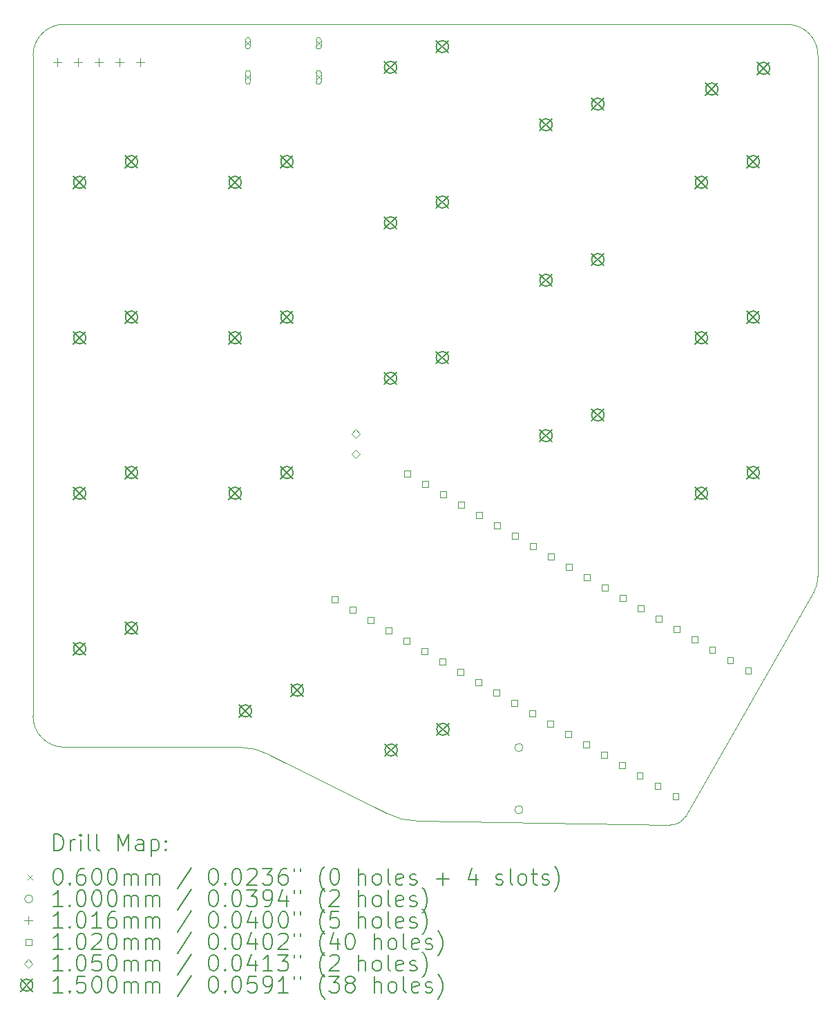
<source format=gbr>
%TF.GenerationSoftware,KiCad,Pcbnew,7.0.9-7.0.9~ubuntu22.04.1*%
%TF.CreationDate,2023-12-10T17:10:42+03:00*%
%TF.ProjectId,Keeb,4b656562-2e6b-4696-9361-645f70636258,rev?*%
%TF.SameCoordinates,Original*%
%TF.FileFunction,Drillmap*%
%TF.FilePolarity,Positive*%
%FSLAX45Y45*%
G04 Gerber Fmt 4.5, Leading zero omitted, Abs format (unit mm)*
G04 Created by KiCad (PCBNEW 7.0.9-7.0.9~ubuntu22.04.1) date 2023-12-10 17:10:42*
%MOMM*%
%LPD*%
G01*
G04 APERTURE LIST*
%ADD10C,0.050000*%
%ADD11C,0.200000*%
%ADD12C,0.100000*%
%ADD13C,0.101600*%
%ADD14C,0.102000*%
%ADD15C,0.105000*%
%ADD16C,0.150000*%
G04 APERTURE END LIST*
D10*
X13165124Y-12324546D02*
G75*
G03*
X12784125Y-12229294I-381004J-714374D01*
G01*
X10260000Y-3752044D02*
X10260000Y-11848294D01*
X19880250Y-10133794D02*
X19880250Y-3752044D01*
X13165125Y-12324544D02*
X14593875Y-13038919D01*
X10641000Y-3371044D02*
G75*
G03*
X10260000Y-3752044I0J-381000D01*
G01*
X18070500Y-13181796D02*
G75*
G03*
X18250944Y-13081516I8120J197876D01*
G01*
X14593876Y-13038918D02*
G75*
G03*
X14974875Y-13134169I381004J714378D01*
G01*
X19499250Y-3371044D02*
X10641000Y-3371044D01*
X19832623Y-10324293D02*
G75*
G03*
X19880250Y-10133794I-357183J190503D01*
G01*
X18250944Y-13081516D02*
X19832625Y-10324294D01*
X19880246Y-3752044D02*
G75*
G03*
X19499250Y-3371044I-380996J4D01*
G01*
X18070500Y-13181794D02*
X14974875Y-13134169D01*
X10259996Y-11848294D02*
G75*
G03*
X10641000Y-12229294I381004J4D01*
G01*
X12784125Y-12229294D02*
X10641000Y-12229294D01*
D11*
D12*
X12864000Y-3574000D02*
X12924000Y-3634000D01*
X12924000Y-3574000D02*
X12864000Y-3634000D01*
X12864000Y-3564000D02*
X12864000Y-3644000D01*
X12864000Y-3644000D02*
G75*
G03*
X12924000Y-3644000I30000J0D01*
G01*
X12924000Y-3644000D02*
X12924000Y-3564000D01*
X12924000Y-3564000D02*
G75*
G03*
X12864000Y-3564000I-30000J0D01*
G01*
X12864000Y-3991000D02*
X12924000Y-4051000D01*
X12924000Y-3991000D02*
X12864000Y-4051000D01*
X12864000Y-3966000D02*
X12864000Y-4076000D01*
X12864000Y-4076000D02*
G75*
G03*
X12924000Y-4076000I30000J0D01*
G01*
X12924000Y-4076000D02*
X12924000Y-3966000D01*
X12924000Y-3966000D02*
G75*
G03*
X12864000Y-3966000I-30000J0D01*
G01*
X13729000Y-3574000D02*
X13789000Y-3634000D01*
X13789000Y-3574000D02*
X13729000Y-3634000D01*
X13729000Y-3564000D02*
X13729000Y-3644000D01*
X13729000Y-3644000D02*
G75*
G03*
X13789000Y-3644000I30000J0D01*
G01*
X13789000Y-3644000D02*
X13789000Y-3564000D01*
X13789000Y-3564000D02*
G75*
G03*
X13729000Y-3564000I-30000J0D01*
G01*
X13729000Y-3991000D02*
X13789000Y-4051000D01*
X13789000Y-3991000D02*
X13729000Y-4051000D01*
X13729000Y-3966000D02*
X13729000Y-4076000D01*
X13729000Y-4076000D02*
G75*
G03*
X13789000Y-4076000I30000J0D01*
G01*
X13789000Y-4076000D02*
X13789000Y-3966000D01*
X13789000Y-3966000D02*
G75*
G03*
X13729000Y-3966000I-30000J0D01*
G01*
X16264000Y-12234294D02*
G75*
G03*
X16264000Y-12234294I-50000J0D01*
G01*
X16264000Y-12996294D02*
G75*
G03*
X16264000Y-12996294I-50000J0D01*
G01*
D13*
X10560000Y-3786494D02*
X10560000Y-3888094D01*
X10509200Y-3837294D02*
X10610800Y-3837294D01*
X10814000Y-3786494D02*
X10814000Y-3888094D01*
X10763200Y-3837294D02*
X10864800Y-3837294D01*
X11068000Y-3786494D02*
X11068000Y-3888094D01*
X11017200Y-3837294D02*
X11118800Y-3837294D01*
X11322000Y-3786494D02*
X11322000Y-3888094D01*
X11271200Y-3837294D02*
X11372800Y-3837294D01*
X11576000Y-3786494D02*
X11576000Y-3888094D01*
X11525200Y-3837294D02*
X11626800Y-3837294D01*
D14*
X13994038Y-10452948D02*
X13994038Y-10380823D01*
X13921913Y-10380823D01*
X13921913Y-10452948D01*
X13994038Y-10452948D01*
X14214009Y-10579948D02*
X14214009Y-10507823D01*
X14141883Y-10507823D01*
X14141883Y-10579948D01*
X14214009Y-10579948D01*
X14433979Y-10706948D02*
X14433979Y-10634823D01*
X14361853Y-10634823D01*
X14361853Y-10706948D01*
X14433979Y-10706948D01*
X14653950Y-10833948D02*
X14653950Y-10761823D01*
X14581824Y-10761823D01*
X14581824Y-10833948D01*
X14653950Y-10833948D01*
X14873920Y-10960948D02*
X14873920Y-10888823D01*
X14801794Y-10888823D01*
X14801794Y-10960948D01*
X14873920Y-10960948D01*
X14883038Y-8913155D02*
X14883038Y-8841029D01*
X14810913Y-8841029D01*
X14810913Y-8913155D01*
X14883038Y-8913155D01*
X15093890Y-11087948D02*
X15093890Y-11015823D01*
X15021765Y-11015823D01*
X15021765Y-11087948D01*
X15093890Y-11087948D01*
X15103009Y-9040155D02*
X15103009Y-8968029D01*
X15030883Y-8968029D01*
X15030883Y-9040155D01*
X15103009Y-9040155D01*
X15313861Y-11214948D02*
X15313861Y-11142823D01*
X15241735Y-11142823D01*
X15241735Y-11214948D01*
X15313861Y-11214948D01*
X15322979Y-9167155D02*
X15322979Y-9095029D01*
X15250853Y-9095029D01*
X15250853Y-9167155D01*
X15322979Y-9167155D01*
X15533831Y-11341948D02*
X15533831Y-11269823D01*
X15461706Y-11269823D01*
X15461706Y-11341948D01*
X15533831Y-11341948D01*
X15542950Y-9294155D02*
X15542950Y-9222029D01*
X15470824Y-9222029D01*
X15470824Y-9294155D01*
X15542950Y-9294155D01*
X15753802Y-11468948D02*
X15753802Y-11396823D01*
X15681676Y-11396823D01*
X15681676Y-11468948D01*
X15753802Y-11468948D01*
X15762920Y-9421155D02*
X15762920Y-9349029D01*
X15690794Y-9349029D01*
X15690794Y-9421155D01*
X15762920Y-9421155D01*
X15973772Y-11595948D02*
X15973772Y-11523823D01*
X15901647Y-11523823D01*
X15901647Y-11595948D01*
X15973772Y-11595948D01*
X15982890Y-9548155D02*
X15982890Y-9476029D01*
X15910765Y-9476029D01*
X15910765Y-9548155D01*
X15982890Y-9548155D01*
X16193743Y-11722948D02*
X16193743Y-11650823D01*
X16121617Y-11650823D01*
X16121617Y-11722948D01*
X16193743Y-11722948D01*
X16202861Y-9675155D02*
X16202861Y-9603029D01*
X16130735Y-9603029D01*
X16130735Y-9675155D01*
X16202861Y-9675155D01*
X16413713Y-11849948D02*
X16413713Y-11777823D01*
X16341588Y-11777823D01*
X16341588Y-11849948D01*
X16413713Y-11849948D01*
X16422831Y-9802155D02*
X16422831Y-9730029D01*
X16350706Y-9730029D01*
X16350706Y-9802155D01*
X16422831Y-9802155D01*
X16633684Y-11976948D02*
X16633684Y-11904823D01*
X16561558Y-11904823D01*
X16561558Y-11976948D01*
X16633684Y-11976948D01*
X16642802Y-9929155D02*
X16642802Y-9857029D01*
X16570676Y-9857029D01*
X16570676Y-9929155D01*
X16642802Y-9929155D01*
X16853654Y-12103948D02*
X16853654Y-12031823D01*
X16781529Y-12031823D01*
X16781529Y-12103948D01*
X16853654Y-12103948D01*
X16862772Y-10056155D02*
X16862772Y-9984029D01*
X16790647Y-9984029D01*
X16790647Y-10056155D01*
X16862772Y-10056155D01*
X17073625Y-12230948D02*
X17073625Y-12158823D01*
X17001499Y-12158823D01*
X17001499Y-12230948D01*
X17073625Y-12230948D01*
X17082743Y-10183155D02*
X17082743Y-10111029D01*
X17010617Y-10111029D01*
X17010617Y-10183155D01*
X17082743Y-10183155D01*
X17293595Y-12357948D02*
X17293595Y-12285823D01*
X17221469Y-12285823D01*
X17221469Y-12357948D01*
X17293595Y-12357948D01*
X17302713Y-10310155D02*
X17302713Y-10238029D01*
X17230588Y-10238029D01*
X17230588Y-10310155D01*
X17302713Y-10310155D01*
X17513565Y-12484948D02*
X17513565Y-12412823D01*
X17441440Y-12412823D01*
X17441440Y-12484948D01*
X17513565Y-12484948D01*
X17522684Y-10437155D02*
X17522684Y-10365029D01*
X17450558Y-10365029D01*
X17450558Y-10437155D01*
X17522684Y-10437155D01*
X17733536Y-12611948D02*
X17733536Y-12539823D01*
X17661410Y-12539823D01*
X17661410Y-12611948D01*
X17733536Y-12611948D01*
X17742654Y-10564155D02*
X17742654Y-10492029D01*
X17670529Y-10492029D01*
X17670529Y-10564155D01*
X17742654Y-10564155D01*
X17953506Y-12738948D02*
X17953506Y-12666823D01*
X17881381Y-12666823D01*
X17881381Y-12738948D01*
X17953506Y-12738948D01*
X17962625Y-10691155D02*
X17962625Y-10619029D01*
X17890499Y-10619029D01*
X17890499Y-10691155D01*
X17962625Y-10691155D01*
X18173477Y-12865948D02*
X18173477Y-12793823D01*
X18101351Y-12793823D01*
X18101351Y-12865948D01*
X18173477Y-12865948D01*
X18182595Y-10818155D02*
X18182595Y-10746029D01*
X18110469Y-10746029D01*
X18110469Y-10818155D01*
X18182595Y-10818155D01*
X18402565Y-10945155D02*
X18402565Y-10873029D01*
X18330440Y-10873029D01*
X18330440Y-10945155D01*
X18402565Y-10945155D01*
X18622536Y-11072155D02*
X18622536Y-11000029D01*
X18550410Y-11000029D01*
X18550410Y-11072155D01*
X18622536Y-11072155D01*
X18842506Y-11199155D02*
X18842506Y-11127029D01*
X18770381Y-11127029D01*
X18770381Y-11199155D01*
X18842506Y-11199155D01*
X19062477Y-11326155D02*
X19062477Y-11254029D01*
X18990351Y-11254029D01*
X18990351Y-11326155D01*
X19062477Y-11326155D01*
D15*
X14214500Y-8438794D02*
X14267000Y-8386294D01*
X14214500Y-8333794D01*
X14162000Y-8386294D01*
X14214500Y-8438794D01*
X14214500Y-8688794D02*
X14267000Y-8636294D01*
X14214500Y-8583794D01*
X14162000Y-8636294D01*
X14214500Y-8688794D01*
D16*
X10756500Y-5232794D02*
X10906500Y-5382794D01*
X10906500Y-5232794D02*
X10756500Y-5382794D01*
X10906500Y-5307794D02*
G75*
G03*
X10906500Y-5307794I-75000J0D01*
G01*
X10756500Y-7137794D02*
X10906500Y-7287794D01*
X10906500Y-7137794D02*
X10756500Y-7287794D01*
X10906500Y-7212794D02*
G75*
G03*
X10906500Y-7212794I-75000J0D01*
G01*
X10756500Y-9042794D02*
X10906500Y-9192794D01*
X10906500Y-9042794D02*
X10756500Y-9192794D01*
X10906500Y-9117794D02*
G75*
G03*
X10906500Y-9117794I-75000J0D01*
G01*
X10756500Y-10947794D02*
X10906500Y-11097794D01*
X10906500Y-10947794D02*
X10756500Y-11097794D01*
X10906500Y-11022794D02*
G75*
G03*
X10906500Y-11022794I-75000J0D01*
G01*
X11391500Y-4978794D02*
X11541500Y-5128794D01*
X11541500Y-4978794D02*
X11391500Y-5128794D01*
X11541500Y-5053794D02*
G75*
G03*
X11541500Y-5053794I-75000J0D01*
G01*
X11391500Y-6883794D02*
X11541500Y-7033794D01*
X11541500Y-6883794D02*
X11391500Y-7033794D01*
X11541500Y-6958794D02*
G75*
G03*
X11541500Y-6958794I-75000J0D01*
G01*
X11391500Y-8788794D02*
X11541500Y-8938794D01*
X11541500Y-8788794D02*
X11391500Y-8938794D01*
X11541500Y-8863794D02*
G75*
G03*
X11541500Y-8863794I-75000J0D01*
G01*
X11391500Y-10693794D02*
X11541500Y-10843794D01*
X11541500Y-10693794D02*
X11391500Y-10843794D01*
X11541500Y-10768794D02*
G75*
G03*
X11541500Y-10768794I-75000J0D01*
G01*
X12661500Y-5232794D02*
X12811500Y-5382794D01*
X12811500Y-5232794D02*
X12661500Y-5382794D01*
X12811500Y-5307794D02*
G75*
G03*
X12811500Y-5307794I-75000J0D01*
G01*
X12661500Y-7137794D02*
X12811500Y-7287794D01*
X12811500Y-7137794D02*
X12661500Y-7287794D01*
X12811500Y-7212794D02*
G75*
G03*
X12811500Y-7212794I-75000J0D01*
G01*
X12661500Y-9042794D02*
X12811500Y-9192794D01*
X12811500Y-9042794D02*
X12661500Y-9192794D01*
X12811500Y-9117794D02*
G75*
G03*
X12811500Y-9117794I-75000J0D01*
G01*
X12788500Y-11709794D02*
X12938500Y-11859794D01*
X12938500Y-11709794D02*
X12788500Y-11859794D01*
X12938500Y-11784794D02*
G75*
G03*
X12938500Y-11784794I-75000J0D01*
G01*
X13296500Y-4978794D02*
X13446500Y-5128794D01*
X13446500Y-4978794D02*
X13296500Y-5128794D01*
X13446500Y-5053794D02*
G75*
G03*
X13446500Y-5053794I-75000J0D01*
G01*
X13296500Y-6883794D02*
X13446500Y-7033794D01*
X13446500Y-6883794D02*
X13296500Y-7033794D01*
X13446500Y-6958794D02*
G75*
G03*
X13446500Y-6958794I-75000J0D01*
G01*
X13296500Y-8788794D02*
X13446500Y-8938794D01*
X13446500Y-8788794D02*
X13296500Y-8938794D01*
X13446500Y-8863794D02*
G75*
G03*
X13446500Y-8863794I-75000J0D01*
G01*
X13423500Y-11455794D02*
X13573500Y-11605794D01*
X13573500Y-11455794D02*
X13423500Y-11605794D01*
X13573500Y-11530794D02*
G75*
G03*
X13573500Y-11530794I-75000J0D01*
G01*
X14566500Y-3822794D02*
X14716500Y-3972794D01*
X14716500Y-3822794D02*
X14566500Y-3972794D01*
X14716500Y-3897794D02*
G75*
G03*
X14716500Y-3897794I-75000J0D01*
G01*
X14566500Y-5727794D02*
X14716500Y-5877794D01*
X14716500Y-5727794D02*
X14566500Y-5877794D01*
X14716500Y-5802794D02*
G75*
G03*
X14716500Y-5802794I-75000J0D01*
G01*
X14566500Y-7632794D02*
X14716500Y-7782794D01*
X14716500Y-7632794D02*
X14566500Y-7782794D01*
X14716500Y-7707794D02*
G75*
G03*
X14716500Y-7707794I-75000J0D01*
G01*
X14574000Y-12188294D02*
X14724000Y-12338294D01*
X14724000Y-12188294D02*
X14574000Y-12338294D01*
X14724000Y-12263294D02*
G75*
G03*
X14724000Y-12263294I-75000J0D01*
G01*
X15201500Y-3568794D02*
X15351500Y-3718794D01*
X15351500Y-3568794D02*
X15201500Y-3718794D01*
X15351500Y-3643794D02*
G75*
G03*
X15351500Y-3643794I-75000J0D01*
G01*
X15201500Y-5473794D02*
X15351500Y-5623794D01*
X15351500Y-5473794D02*
X15201500Y-5623794D01*
X15351500Y-5548794D02*
G75*
G03*
X15351500Y-5548794I-75000J0D01*
G01*
X15201500Y-7378794D02*
X15351500Y-7528794D01*
X15351500Y-7378794D02*
X15201500Y-7528794D01*
X15351500Y-7453794D02*
G75*
G03*
X15351500Y-7453794I-75000J0D01*
G01*
X15209000Y-11934294D02*
X15359000Y-12084294D01*
X15359000Y-11934294D02*
X15209000Y-12084294D01*
X15359000Y-12009294D02*
G75*
G03*
X15359000Y-12009294I-75000J0D01*
G01*
X16471500Y-4527794D02*
X16621500Y-4677794D01*
X16621500Y-4527794D02*
X16471500Y-4677794D01*
X16621500Y-4602794D02*
G75*
G03*
X16621500Y-4602794I-75000J0D01*
G01*
X16471500Y-6432794D02*
X16621500Y-6582794D01*
X16621500Y-6432794D02*
X16471500Y-6582794D01*
X16621500Y-6507794D02*
G75*
G03*
X16621500Y-6507794I-75000J0D01*
G01*
X16471500Y-8337794D02*
X16621500Y-8487794D01*
X16621500Y-8337794D02*
X16471500Y-8487794D01*
X16621500Y-8412794D02*
G75*
G03*
X16621500Y-8412794I-75000J0D01*
G01*
X17106500Y-4273794D02*
X17256500Y-4423794D01*
X17256500Y-4273794D02*
X17106500Y-4423794D01*
X17256500Y-4348794D02*
G75*
G03*
X17256500Y-4348794I-75000J0D01*
G01*
X17106500Y-6178794D02*
X17256500Y-6328794D01*
X17256500Y-6178794D02*
X17106500Y-6328794D01*
X17256500Y-6253794D02*
G75*
G03*
X17256500Y-6253794I-75000J0D01*
G01*
X17106500Y-8083794D02*
X17256500Y-8233794D01*
X17256500Y-8083794D02*
X17106500Y-8233794D01*
X17256500Y-8158794D02*
G75*
G03*
X17256500Y-8158794I-75000J0D01*
G01*
X18376500Y-5232794D02*
X18526500Y-5382794D01*
X18526500Y-5232794D02*
X18376500Y-5382794D01*
X18526500Y-5307794D02*
G75*
G03*
X18526500Y-5307794I-75000J0D01*
G01*
X18376500Y-7137794D02*
X18526500Y-7287794D01*
X18526500Y-7137794D02*
X18376500Y-7287794D01*
X18526500Y-7212794D02*
G75*
G03*
X18526500Y-7212794I-75000J0D01*
G01*
X18376500Y-9042794D02*
X18526500Y-9192794D01*
X18526500Y-9042794D02*
X18376500Y-9192794D01*
X18526500Y-9117794D02*
G75*
G03*
X18526500Y-9117794I-75000J0D01*
G01*
X18503500Y-4089794D02*
X18653500Y-4239794D01*
X18653500Y-4089794D02*
X18503500Y-4239794D01*
X18653500Y-4164794D02*
G75*
G03*
X18653500Y-4164794I-75000J0D01*
G01*
X19011500Y-4978794D02*
X19161500Y-5128794D01*
X19161500Y-4978794D02*
X19011500Y-5128794D01*
X19161500Y-5053794D02*
G75*
G03*
X19161500Y-5053794I-75000J0D01*
G01*
X19011500Y-6883794D02*
X19161500Y-7033794D01*
X19161500Y-6883794D02*
X19011500Y-7033794D01*
X19161500Y-6958794D02*
G75*
G03*
X19161500Y-6958794I-75000J0D01*
G01*
X19011500Y-8788794D02*
X19161500Y-8938794D01*
X19161500Y-8788794D02*
X19011500Y-8938794D01*
X19161500Y-8863794D02*
G75*
G03*
X19161500Y-8863794I-75000J0D01*
G01*
X19138500Y-3835794D02*
X19288500Y-3985794D01*
X19288500Y-3835794D02*
X19138500Y-3985794D01*
X19288500Y-3910794D02*
G75*
G03*
X19288500Y-3910794I-75000J0D01*
G01*
D11*
X10518277Y-13495946D02*
X10518277Y-13295946D01*
X10518277Y-13295946D02*
X10565896Y-13295946D01*
X10565896Y-13295946D02*
X10594467Y-13305470D01*
X10594467Y-13305470D02*
X10613515Y-13324517D01*
X10613515Y-13324517D02*
X10623039Y-13343565D01*
X10623039Y-13343565D02*
X10632563Y-13381660D01*
X10632563Y-13381660D02*
X10632563Y-13410232D01*
X10632563Y-13410232D02*
X10623039Y-13448327D01*
X10623039Y-13448327D02*
X10613515Y-13467374D01*
X10613515Y-13467374D02*
X10594467Y-13486422D01*
X10594467Y-13486422D02*
X10565896Y-13495946D01*
X10565896Y-13495946D02*
X10518277Y-13495946D01*
X10718277Y-13495946D02*
X10718277Y-13362613D01*
X10718277Y-13400708D02*
X10727801Y-13381660D01*
X10727801Y-13381660D02*
X10737324Y-13372136D01*
X10737324Y-13372136D02*
X10756372Y-13362613D01*
X10756372Y-13362613D02*
X10775420Y-13362613D01*
X10842086Y-13495946D02*
X10842086Y-13362613D01*
X10842086Y-13295946D02*
X10832563Y-13305470D01*
X10832563Y-13305470D02*
X10842086Y-13314994D01*
X10842086Y-13314994D02*
X10851610Y-13305470D01*
X10851610Y-13305470D02*
X10842086Y-13295946D01*
X10842086Y-13295946D02*
X10842086Y-13314994D01*
X10965896Y-13495946D02*
X10946848Y-13486422D01*
X10946848Y-13486422D02*
X10937324Y-13467374D01*
X10937324Y-13467374D02*
X10937324Y-13295946D01*
X11070658Y-13495946D02*
X11051610Y-13486422D01*
X11051610Y-13486422D02*
X11042086Y-13467374D01*
X11042086Y-13467374D02*
X11042086Y-13295946D01*
X11299229Y-13495946D02*
X11299229Y-13295946D01*
X11299229Y-13295946D02*
X11365896Y-13438803D01*
X11365896Y-13438803D02*
X11432562Y-13295946D01*
X11432562Y-13295946D02*
X11432562Y-13495946D01*
X11613515Y-13495946D02*
X11613515Y-13391184D01*
X11613515Y-13391184D02*
X11603991Y-13372136D01*
X11603991Y-13372136D02*
X11584943Y-13362613D01*
X11584943Y-13362613D02*
X11546848Y-13362613D01*
X11546848Y-13362613D02*
X11527801Y-13372136D01*
X11613515Y-13486422D02*
X11594467Y-13495946D01*
X11594467Y-13495946D02*
X11546848Y-13495946D01*
X11546848Y-13495946D02*
X11527801Y-13486422D01*
X11527801Y-13486422D02*
X11518277Y-13467374D01*
X11518277Y-13467374D02*
X11518277Y-13448327D01*
X11518277Y-13448327D02*
X11527801Y-13429279D01*
X11527801Y-13429279D02*
X11546848Y-13419755D01*
X11546848Y-13419755D02*
X11594467Y-13419755D01*
X11594467Y-13419755D02*
X11613515Y-13410232D01*
X11708753Y-13362613D02*
X11708753Y-13562613D01*
X11708753Y-13372136D02*
X11727801Y-13362613D01*
X11727801Y-13362613D02*
X11765896Y-13362613D01*
X11765896Y-13362613D02*
X11784943Y-13372136D01*
X11784943Y-13372136D02*
X11794467Y-13381660D01*
X11794467Y-13381660D02*
X11803991Y-13400708D01*
X11803991Y-13400708D02*
X11803991Y-13457851D01*
X11803991Y-13457851D02*
X11794467Y-13476898D01*
X11794467Y-13476898D02*
X11784943Y-13486422D01*
X11784943Y-13486422D02*
X11765896Y-13495946D01*
X11765896Y-13495946D02*
X11727801Y-13495946D01*
X11727801Y-13495946D02*
X11708753Y-13486422D01*
X11889705Y-13476898D02*
X11899229Y-13486422D01*
X11899229Y-13486422D02*
X11889705Y-13495946D01*
X11889705Y-13495946D02*
X11880182Y-13486422D01*
X11880182Y-13486422D02*
X11889705Y-13476898D01*
X11889705Y-13476898D02*
X11889705Y-13495946D01*
X11889705Y-13372136D02*
X11899229Y-13381660D01*
X11899229Y-13381660D02*
X11889705Y-13391184D01*
X11889705Y-13391184D02*
X11880182Y-13381660D01*
X11880182Y-13381660D02*
X11889705Y-13372136D01*
X11889705Y-13372136D02*
X11889705Y-13391184D01*
D12*
X10197500Y-13794462D02*
X10257500Y-13854462D01*
X10257500Y-13794462D02*
X10197500Y-13854462D01*
D11*
X10556372Y-13715946D02*
X10575420Y-13715946D01*
X10575420Y-13715946D02*
X10594467Y-13725470D01*
X10594467Y-13725470D02*
X10603991Y-13734994D01*
X10603991Y-13734994D02*
X10613515Y-13754041D01*
X10613515Y-13754041D02*
X10623039Y-13792136D01*
X10623039Y-13792136D02*
X10623039Y-13839755D01*
X10623039Y-13839755D02*
X10613515Y-13877851D01*
X10613515Y-13877851D02*
X10603991Y-13896898D01*
X10603991Y-13896898D02*
X10594467Y-13906422D01*
X10594467Y-13906422D02*
X10575420Y-13915946D01*
X10575420Y-13915946D02*
X10556372Y-13915946D01*
X10556372Y-13915946D02*
X10537324Y-13906422D01*
X10537324Y-13906422D02*
X10527801Y-13896898D01*
X10527801Y-13896898D02*
X10518277Y-13877851D01*
X10518277Y-13877851D02*
X10508753Y-13839755D01*
X10508753Y-13839755D02*
X10508753Y-13792136D01*
X10508753Y-13792136D02*
X10518277Y-13754041D01*
X10518277Y-13754041D02*
X10527801Y-13734994D01*
X10527801Y-13734994D02*
X10537324Y-13725470D01*
X10537324Y-13725470D02*
X10556372Y-13715946D01*
X10708753Y-13896898D02*
X10718277Y-13906422D01*
X10718277Y-13906422D02*
X10708753Y-13915946D01*
X10708753Y-13915946D02*
X10699229Y-13906422D01*
X10699229Y-13906422D02*
X10708753Y-13896898D01*
X10708753Y-13896898D02*
X10708753Y-13915946D01*
X10889705Y-13715946D02*
X10851610Y-13715946D01*
X10851610Y-13715946D02*
X10832563Y-13725470D01*
X10832563Y-13725470D02*
X10823039Y-13734994D01*
X10823039Y-13734994D02*
X10803991Y-13763565D01*
X10803991Y-13763565D02*
X10794467Y-13801660D01*
X10794467Y-13801660D02*
X10794467Y-13877851D01*
X10794467Y-13877851D02*
X10803991Y-13896898D01*
X10803991Y-13896898D02*
X10813515Y-13906422D01*
X10813515Y-13906422D02*
X10832563Y-13915946D01*
X10832563Y-13915946D02*
X10870658Y-13915946D01*
X10870658Y-13915946D02*
X10889705Y-13906422D01*
X10889705Y-13906422D02*
X10899229Y-13896898D01*
X10899229Y-13896898D02*
X10908753Y-13877851D01*
X10908753Y-13877851D02*
X10908753Y-13830232D01*
X10908753Y-13830232D02*
X10899229Y-13811184D01*
X10899229Y-13811184D02*
X10889705Y-13801660D01*
X10889705Y-13801660D02*
X10870658Y-13792136D01*
X10870658Y-13792136D02*
X10832563Y-13792136D01*
X10832563Y-13792136D02*
X10813515Y-13801660D01*
X10813515Y-13801660D02*
X10803991Y-13811184D01*
X10803991Y-13811184D02*
X10794467Y-13830232D01*
X11032563Y-13715946D02*
X11051610Y-13715946D01*
X11051610Y-13715946D02*
X11070658Y-13725470D01*
X11070658Y-13725470D02*
X11080182Y-13734994D01*
X11080182Y-13734994D02*
X11089705Y-13754041D01*
X11089705Y-13754041D02*
X11099229Y-13792136D01*
X11099229Y-13792136D02*
X11099229Y-13839755D01*
X11099229Y-13839755D02*
X11089705Y-13877851D01*
X11089705Y-13877851D02*
X11080182Y-13896898D01*
X11080182Y-13896898D02*
X11070658Y-13906422D01*
X11070658Y-13906422D02*
X11051610Y-13915946D01*
X11051610Y-13915946D02*
X11032563Y-13915946D01*
X11032563Y-13915946D02*
X11013515Y-13906422D01*
X11013515Y-13906422D02*
X11003991Y-13896898D01*
X11003991Y-13896898D02*
X10994467Y-13877851D01*
X10994467Y-13877851D02*
X10984944Y-13839755D01*
X10984944Y-13839755D02*
X10984944Y-13792136D01*
X10984944Y-13792136D02*
X10994467Y-13754041D01*
X10994467Y-13754041D02*
X11003991Y-13734994D01*
X11003991Y-13734994D02*
X11013515Y-13725470D01*
X11013515Y-13725470D02*
X11032563Y-13715946D01*
X11223039Y-13715946D02*
X11242086Y-13715946D01*
X11242086Y-13715946D02*
X11261134Y-13725470D01*
X11261134Y-13725470D02*
X11270658Y-13734994D01*
X11270658Y-13734994D02*
X11280182Y-13754041D01*
X11280182Y-13754041D02*
X11289705Y-13792136D01*
X11289705Y-13792136D02*
X11289705Y-13839755D01*
X11289705Y-13839755D02*
X11280182Y-13877851D01*
X11280182Y-13877851D02*
X11270658Y-13896898D01*
X11270658Y-13896898D02*
X11261134Y-13906422D01*
X11261134Y-13906422D02*
X11242086Y-13915946D01*
X11242086Y-13915946D02*
X11223039Y-13915946D01*
X11223039Y-13915946D02*
X11203991Y-13906422D01*
X11203991Y-13906422D02*
X11194467Y-13896898D01*
X11194467Y-13896898D02*
X11184943Y-13877851D01*
X11184943Y-13877851D02*
X11175420Y-13839755D01*
X11175420Y-13839755D02*
X11175420Y-13792136D01*
X11175420Y-13792136D02*
X11184943Y-13754041D01*
X11184943Y-13754041D02*
X11194467Y-13734994D01*
X11194467Y-13734994D02*
X11203991Y-13725470D01*
X11203991Y-13725470D02*
X11223039Y-13715946D01*
X11375420Y-13915946D02*
X11375420Y-13782613D01*
X11375420Y-13801660D02*
X11384943Y-13792136D01*
X11384943Y-13792136D02*
X11403991Y-13782613D01*
X11403991Y-13782613D02*
X11432563Y-13782613D01*
X11432563Y-13782613D02*
X11451610Y-13792136D01*
X11451610Y-13792136D02*
X11461134Y-13811184D01*
X11461134Y-13811184D02*
X11461134Y-13915946D01*
X11461134Y-13811184D02*
X11470658Y-13792136D01*
X11470658Y-13792136D02*
X11489705Y-13782613D01*
X11489705Y-13782613D02*
X11518277Y-13782613D01*
X11518277Y-13782613D02*
X11537324Y-13792136D01*
X11537324Y-13792136D02*
X11546848Y-13811184D01*
X11546848Y-13811184D02*
X11546848Y-13915946D01*
X11642086Y-13915946D02*
X11642086Y-13782613D01*
X11642086Y-13801660D02*
X11651610Y-13792136D01*
X11651610Y-13792136D02*
X11670658Y-13782613D01*
X11670658Y-13782613D02*
X11699229Y-13782613D01*
X11699229Y-13782613D02*
X11718277Y-13792136D01*
X11718277Y-13792136D02*
X11727801Y-13811184D01*
X11727801Y-13811184D02*
X11727801Y-13915946D01*
X11727801Y-13811184D02*
X11737324Y-13792136D01*
X11737324Y-13792136D02*
X11756372Y-13782613D01*
X11756372Y-13782613D02*
X11784943Y-13782613D01*
X11784943Y-13782613D02*
X11803991Y-13792136D01*
X11803991Y-13792136D02*
X11813515Y-13811184D01*
X11813515Y-13811184D02*
X11813515Y-13915946D01*
X12203991Y-13706422D02*
X12032563Y-13963565D01*
X12461134Y-13715946D02*
X12480182Y-13715946D01*
X12480182Y-13715946D02*
X12499229Y-13725470D01*
X12499229Y-13725470D02*
X12508753Y-13734994D01*
X12508753Y-13734994D02*
X12518277Y-13754041D01*
X12518277Y-13754041D02*
X12527801Y-13792136D01*
X12527801Y-13792136D02*
X12527801Y-13839755D01*
X12527801Y-13839755D02*
X12518277Y-13877851D01*
X12518277Y-13877851D02*
X12508753Y-13896898D01*
X12508753Y-13896898D02*
X12499229Y-13906422D01*
X12499229Y-13906422D02*
X12480182Y-13915946D01*
X12480182Y-13915946D02*
X12461134Y-13915946D01*
X12461134Y-13915946D02*
X12442086Y-13906422D01*
X12442086Y-13906422D02*
X12432563Y-13896898D01*
X12432563Y-13896898D02*
X12423039Y-13877851D01*
X12423039Y-13877851D02*
X12413515Y-13839755D01*
X12413515Y-13839755D02*
X12413515Y-13792136D01*
X12413515Y-13792136D02*
X12423039Y-13754041D01*
X12423039Y-13754041D02*
X12432563Y-13734994D01*
X12432563Y-13734994D02*
X12442086Y-13725470D01*
X12442086Y-13725470D02*
X12461134Y-13715946D01*
X12613515Y-13896898D02*
X12623039Y-13906422D01*
X12623039Y-13906422D02*
X12613515Y-13915946D01*
X12613515Y-13915946D02*
X12603991Y-13906422D01*
X12603991Y-13906422D02*
X12613515Y-13896898D01*
X12613515Y-13896898D02*
X12613515Y-13915946D01*
X12746848Y-13715946D02*
X12765896Y-13715946D01*
X12765896Y-13715946D02*
X12784944Y-13725470D01*
X12784944Y-13725470D02*
X12794467Y-13734994D01*
X12794467Y-13734994D02*
X12803991Y-13754041D01*
X12803991Y-13754041D02*
X12813515Y-13792136D01*
X12813515Y-13792136D02*
X12813515Y-13839755D01*
X12813515Y-13839755D02*
X12803991Y-13877851D01*
X12803991Y-13877851D02*
X12794467Y-13896898D01*
X12794467Y-13896898D02*
X12784944Y-13906422D01*
X12784944Y-13906422D02*
X12765896Y-13915946D01*
X12765896Y-13915946D02*
X12746848Y-13915946D01*
X12746848Y-13915946D02*
X12727801Y-13906422D01*
X12727801Y-13906422D02*
X12718277Y-13896898D01*
X12718277Y-13896898D02*
X12708753Y-13877851D01*
X12708753Y-13877851D02*
X12699229Y-13839755D01*
X12699229Y-13839755D02*
X12699229Y-13792136D01*
X12699229Y-13792136D02*
X12708753Y-13754041D01*
X12708753Y-13754041D02*
X12718277Y-13734994D01*
X12718277Y-13734994D02*
X12727801Y-13725470D01*
X12727801Y-13725470D02*
X12746848Y-13715946D01*
X12889706Y-13734994D02*
X12899229Y-13725470D01*
X12899229Y-13725470D02*
X12918277Y-13715946D01*
X12918277Y-13715946D02*
X12965896Y-13715946D01*
X12965896Y-13715946D02*
X12984944Y-13725470D01*
X12984944Y-13725470D02*
X12994467Y-13734994D01*
X12994467Y-13734994D02*
X13003991Y-13754041D01*
X13003991Y-13754041D02*
X13003991Y-13773089D01*
X13003991Y-13773089D02*
X12994467Y-13801660D01*
X12994467Y-13801660D02*
X12880182Y-13915946D01*
X12880182Y-13915946D02*
X13003991Y-13915946D01*
X13070658Y-13715946D02*
X13194467Y-13715946D01*
X13194467Y-13715946D02*
X13127801Y-13792136D01*
X13127801Y-13792136D02*
X13156372Y-13792136D01*
X13156372Y-13792136D02*
X13175420Y-13801660D01*
X13175420Y-13801660D02*
X13184944Y-13811184D01*
X13184944Y-13811184D02*
X13194467Y-13830232D01*
X13194467Y-13830232D02*
X13194467Y-13877851D01*
X13194467Y-13877851D02*
X13184944Y-13896898D01*
X13184944Y-13896898D02*
X13175420Y-13906422D01*
X13175420Y-13906422D02*
X13156372Y-13915946D01*
X13156372Y-13915946D02*
X13099229Y-13915946D01*
X13099229Y-13915946D02*
X13080182Y-13906422D01*
X13080182Y-13906422D02*
X13070658Y-13896898D01*
X13365896Y-13715946D02*
X13327801Y-13715946D01*
X13327801Y-13715946D02*
X13308753Y-13725470D01*
X13308753Y-13725470D02*
X13299229Y-13734994D01*
X13299229Y-13734994D02*
X13280182Y-13763565D01*
X13280182Y-13763565D02*
X13270658Y-13801660D01*
X13270658Y-13801660D02*
X13270658Y-13877851D01*
X13270658Y-13877851D02*
X13280182Y-13896898D01*
X13280182Y-13896898D02*
X13289706Y-13906422D01*
X13289706Y-13906422D02*
X13308753Y-13915946D01*
X13308753Y-13915946D02*
X13346848Y-13915946D01*
X13346848Y-13915946D02*
X13365896Y-13906422D01*
X13365896Y-13906422D02*
X13375420Y-13896898D01*
X13375420Y-13896898D02*
X13384944Y-13877851D01*
X13384944Y-13877851D02*
X13384944Y-13830232D01*
X13384944Y-13830232D02*
X13375420Y-13811184D01*
X13375420Y-13811184D02*
X13365896Y-13801660D01*
X13365896Y-13801660D02*
X13346848Y-13792136D01*
X13346848Y-13792136D02*
X13308753Y-13792136D01*
X13308753Y-13792136D02*
X13289706Y-13801660D01*
X13289706Y-13801660D02*
X13280182Y-13811184D01*
X13280182Y-13811184D02*
X13270658Y-13830232D01*
X13461134Y-13715946D02*
X13461134Y-13754041D01*
X13537325Y-13715946D02*
X13537325Y-13754041D01*
X13832563Y-13992136D02*
X13823039Y-13982613D01*
X13823039Y-13982613D02*
X13803991Y-13954041D01*
X13803991Y-13954041D02*
X13794468Y-13934994D01*
X13794468Y-13934994D02*
X13784944Y-13906422D01*
X13784944Y-13906422D02*
X13775420Y-13858803D01*
X13775420Y-13858803D02*
X13775420Y-13820708D01*
X13775420Y-13820708D02*
X13784944Y-13773089D01*
X13784944Y-13773089D02*
X13794468Y-13744517D01*
X13794468Y-13744517D02*
X13803991Y-13725470D01*
X13803991Y-13725470D02*
X13823039Y-13696898D01*
X13823039Y-13696898D02*
X13832563Y-13687374D01*
X13946848Y-13715946D02*
X13965896Y-13715946D01*
X13965896Y-13715946D02*
X13984944Y-13725470D01*
X13984944Y-13725470D02*
X13994468Y-13734994D01*
X13994468Y-13734994D02*
X14003991Y-13754041D01*
X14003991Y-13754041D02*
X14013515Y-13792136D01*
X14013515Y-13792136D02*
X14013515Y-13839755D01*
X14013515Y-13839755D02*
X14003991Y-13877851D01*
X14003991Y-13877851D02*
X13994468Y-13896898D01*
X13994468Y-13896898D02*
X13984944Y-13906422D01*
X13984944Y-13906422D02*
X13965896Y-13915946D01*
X13965896Y-13915946D02*
X13946848Y-13915946D01*
X13946848Y-13915946D02*
X13927801Y-13906422D01*
X13927801Y-13906422D02*
X13918277Y-13896898D01*
X13918277Y-13896898D02*
X13908753Y-13877851D01*
X13908753Y-13877851D02*
X13899229Y-13839755D01*
X13899229Y-13839755D02*
X13899229Y-13792136D01*
X13899229Y-13792136D02*
X13908753Y-13754041D01*
X13908753Y-13754041D02*
X13918277Y-13734994D01*
X13918277Y-13734994D02*
X13927801Y-13725470D01*
X13927801Y-13725470D02*
X13946848Y-13715946D01*
X14251610Y-13915946D02*
X14251610Y-13715946D01*
X14337325Y-13915946D02*
X14337325Y-13811184D01*
X14337325Y-13811184D02*
X14327801Y-13792136D01*
X14327801Y-13792136D02*
X14308753Y-13782613D01*
X14308753Y-13782613D02*
X14280182Y-13782613D01*
X14280182Y-13782613D02*
X14261134Y-13792136D01*
X14261134Y-13792136D02*
X14251610Y-13801660D01*
X14461134Y-13915946D02*
X14442087Y-13906422D01*
X14442087Y-13906422D02*
X14432563Y-13896898D01*
X14432563Y-13896898D02*
X14423039Y-13877851D01*
X14423039Y-13877851D02*
X14423039Y-13820708D01*
X14423039Y-13820708D02*
X14432563Y-13801660D01*
X14432563Y-13801660D02*
X14442087Y-13792136D01*
X14442087Y-13792136D02*
X14461134Y-13782613D01*
X14461134Y-13782613D02*
X14489706Y-13782613D01*
X14489706Y-13782613D02*
X14508753Y-13792136D01*
X14508753Y-13792136D02*
X14518277Y-13801660D01*
X14518277Y-13801660D02*
X14527801Y-13820708D01*
X14527801Y-13820708D02*
X14527801Y-13877851D01*
X14527801Y-13877851D02*
X14518277Y-13896898D01*
X14518277Y-13896898D02*
X14508753Y-13906422D01*
X14508753Y-13906422D02*
X14489706Y-13915946D01*
X14489706Y-13915946D02*
X14461134Y-13915946D01*
X14642087Y-13915946D02*
X14623039Y-13906422D01*
X14623039Y-13906422D02*
X14613515Y-13887374D01*
X14613515Y-13887374D02*
X14613515Y-13715946D01*
X14794468Y-13906422D02*
X14775420Y-13915946D01*
X14775420Y-13915946D02*
X14737325Y-13915946D01*
X14737325Y-13915946D02*
X14718277Y-13906422D01*
X14718277Y-13906422D02*
X14708753Y-13887374D01*
X14708753Y-13887374D02*
X14708753Y-13811184D01*
X14708753Y-13811184D02*
X14718277Y-13792136D01*
X14718277Y-13792136D02*
X14737325Y-13782613D01*
X14737325Y-13782613D02*
X14775420Y-13782613D01*
X14775420Y-13782613D02*
X14794468Y-13792136D01*
X14794468Y-13792136D02*
X14803991Y-13811184D01*
X14803991Y-13811184D02*
X14803991Y-13830232D01*
X14803991Y-13830232D02*
X14708753Y-13849279D01*
X14880182Y-13906422D02*
X14899230Y-13915946D01*
X14899230Y-13915946D02*
X14937325Y-13915946D01*
X14937325Y-13915946D02*
X14956372Y-13906422D01*
X14956372Y-13906422D02*
X14965896Y-13887374D01*
X14965896Y-13887374D02*
X14965896Y-13877851D01*
X14965896Y-13877851D02*
X14956372Y-13858803D01*
X14956372Y-13858803D02*
X14937325Y-13849279D01*
X14937325Y-13849279D02*
X14908753Y-13849279D01*
X14908753Y-13849279D02*
X14889706Y-13839755D01*
X14889706Y-13839755D02*
X14880182Y-13820708D01*
X14880182Y-13820708D02*
X14880182Y-13811184D01*
X14880182Y-13811184D02*
X14889706Y-13792136D01*
X14889706Y-13792136D02*
X14908753Y-13782613D01*
X14908753Y-13782613D02*
X14937325Y-13782613D01*
X14937325Y-13782613D02*
X14956372Y-13792136D01*
X15203992Y-13839755D02*
X15356373Y-13839755D01*
X15280182Y-13915946D02*
X15280182Y-13763565D01*
X15689706Y-13782613D02*
X15689706Y-13915946D01*
X15642087Y-13706422D02*
X15594468Y-13849279D01*
X15594468Y-13849279D02*
X15718277Y-13849279D01*
X15937325Y-13906422D02*
X15956373Y-13915946D01*
X15956373Y-13915946D02*
X15994468Y-13915946D01*
X15994468Y-13915946D02*
X16013515Y-13906422D01*
X16013515Y-13906422D02*
X16023039Y-13887374D01*
X16023039Y-13887374D02*
X16023039Y-13877851D01*
X16023039Y-13877851D02*
X16013515Y-13858803D01*
X16013515Y-13858803D02*
X15994468Y-13849279D01*
X15994468Y-13849279D02*
X15965896Y-13849279D01*
X15965896Y-13849279D02*
X15946849Y-13839755D01*
X15946849Y-13839755D02*
X15937325Y-13820708D01*
X15937325Y-13820708D02*
X15937325Y-13811184D01*
X15937325Y-13811184D02*
X15946849Y-13792136D01*
X15946849Y-13792136D02*
X15965896Y-13782613D01*
X15965896Y-13782613D02*
X15994468Y-13782613D01*
X15994468Y-13782613D02*
X16013515Y-13792136D01*
X16137325Y-13915946D02*
X16118277Y-13906422D01*
X16118277Y-13906422D02*
X16108754Y-13887374D01*
X16108754Y-13887374D02*
X16108754Y-13715946D01*
X16242087Y-13915946D02*
X16223039Y-13906422D01*
X16223039Y-13906422D02*
X16213515Y-13896898D01*
X16213515Y-13896898D02*
X16203992Y-13877851D01*
X16203992Y-13877851D02*
X16203992Y-13820708D01*
X16203992Y-13820708D02*
X16213515Y-13801660D01*
X16213515Y-13801660D02*
X16223039Y-13792136D01*
X16223039Y-13792136D02*
X16242087Y-13782613D01*
X16242087Y-13782613D02*
X16270658Y-13782613D01*
X16270658Y-13782613D02*
X16289706Y-13792136D01*
X16289706Y-13792136D02*
X16299230Y-13801660D01*
X16299230Y-13801660D02*
X16308754Y-13820708D01*
X16308754Y-13820708D02*
X16308754Y-13877851D01*
X16308754Y-13877851D02*
X16299230Y-13896898D01*
X16299230Y-13896898D02*
X16289706Y-13906422D01*
X16289706Y-13906422D02*
X16270658Y-13915946D01*
X16270658Y-13915946D02*
X16242087Y-13915946D01*
X16365896Y-13782613D02*
X16442087Y-13782613D01*
X16394468Y-13715946D02*
X16394468Y-13887374D01*
X16394468Y-13887374D02*
X16403992Y-13906422D01*
X16403992Y-13906422D02*
X16423039Y-13915946D01*
X16423039Y-13915946D02*
X16442087Y-13915946D01*
X16499230Y-13906422D02*
X16518277Y-13915946D01*
X16518277Y-13915946D02*
X16556373Y-13915946D01*
X16556373Y-13915946D02*
X16575420Y-13906422D01*
X16575420Y-13906422D02*
X16584944Y-13887374D01*
X16584944Y-13887374D02*
X16584944Y-13877851D01*
X16584944Y-13877851D02*
X16575420Y-13858803D01*
X16575420Y-13858803D02*
X16556373Y-13849279D01*
X16556373Y-13849279D02*
X16527801Y-13849279D01*
X16527801Y-13849279D02*
X16508754Y-13839755D01*
X16508754Y-13839755D02*
X16499230Y-13820708D01*
X16499230Y-13820708D02*
X16499230Y-13811184D01*
X16499230Y-13811184D02*
X16508754Y-13792136D01*
X16508754Y-13792136D02*
X16527801Y-13782613D01*
X16527801Y-13782613D02*
X16556373Y-13782613D01*
X16556373Y-13782613D02*
X16575420Y-13792136D01*
X16651611Y-13992136D02*
X16661135Y-13982613D01*
X16661135Y-13982613D02*
X16680182Y-13954041D01*
X16680182Y-13954041D02*
X16689706Y-13934994D01*
X16689706Y-13934994D02*
X16699230Y-13906422D01*
X16699230Y-13906422D02*
X16708754Y-13858803D01*
X16708754Y-13858803D02*
X16708754Y-13820708D01*
X16708754Y-13820708D02*
X16699230Y-13773089D01*
X16699230Y-13773089D02*
X16689706Y-13744517D01*
X16689706Y-13744517D02*
X16680182Y-13725470D01*
X16680182Y-13725470D02*
X16661135Y-13696898D01*
X16661135Y-13696898D02*
X16651611Y-13687374D01*
D12*
X10257500Y-14088462D02*
G75*
G03*
X10257500Y-14088462I-50000J0D01*
G01*
D11*
X10623039Y-14179946D02*
X10508753Y-14179946D01*
X10565896Y-14179946D02*
X10565896Y-13979946D01*
X10565896Y-13979946D02*
X10546848Y-14008517D01*
X10546848Y-14008517D02*
X10527801Y-14027565D01*
X10527801Y-14027565D02*
X10508753Y-14037089D01*
X10708753Y-14160898D02*
X10718277Y-14170422D01*
X10718277Y-14170422D02*
X10708753Y-14179946D01*
X10708753Y-14179946D02*
X10699229Y-14170422D01*
X10699229Y-14170422D02*
X10708753Y-14160898D01*
X10708753Y-14160898D02*
X10708753Y-14179946D01*
X10842086Y-13979946D02*
X10861134Y-13979946D01*
X10861134Y-13979946D02*
X10880182Y-13989470D01*
X10880182Y-13989470D02*
X10889705Y-13998994D01*
X10889705Y-13998994D02*
X10899229Y-14018041D01*
X10899229Y-14018041D02*
X10908753Y-14056136D01*
X10908753Y-14056136D02*
X10908753Y-14103755D01*
X10908753Y-14103755D02*
X10899229Y-14141851D01*
X10899229Y-14141851D02*
X10889705Y-14160898D01*
X10889705Y-14160898D02*
X10880182Y-14170422D01*
X10880182Y-14170422D02*
X10861134Y-14179946D01*
X10861134Y-14179946D02*
X10842086Y-14179946D01*
X10842086Y-14179946D02*
X10823039Y-14170422D01*
X10823039Y-14170422D02*
X10813515Y-14160898D01*
X10813515Y-14160898D02*
X10803991Y-14141851D01*
X10803991Y-14141851D02*
X10794467Y-14103755D01*
X10794467Y-14103755D02*
X10794467Y-14056136D01*
X10794467Y-14056136D02*
X10803991Y-14018041D01*
X10803991Y-14018041D02*
X10813515Y-13998994D01*
X10813515Y-13998994D02*
X10823039Y-13989470D01*
X10823039Y-13989470D02*
X10842086Y-13979946D01*
X11032563Y-13979946D02*
X11051610Y-13979946D01*
X11051610Y-13979946D02*
X11070658Y-13989470D01*
X11070658Y-13989470D02*
X11080182Y-13998994D01*
X11080182Y-13998994D02*
X11089705Y-14018041D01*
X11089705Y-14018041D02*
X11099229Y-14056136D01*
X11099229Y-14056136D02*
X11099229Y-14103755D01*
X11099229Y-14103755D02*
X11089705Y-14141851D01*
X11089705Y-14141851D02*
X11080182Y-14160898D01*
X11080182Y-14160898D02*
X11070658Y-14170422D01*
X11070658Y-14170422D02*
X11051610Y-14179946D01*
X11051610Y-14179946D02*
X11032563Y-14179946D01*
X11032563Y-14179946D02*
X11013515Y-14170422D01*
X11013515Y-14170422D02*
X11003991Y-14160898D01*
X11003991Y-14160898D02*
X10994467Y-14141851D01*
X10994467Y-14141851D02*
X10984944Y-14103755D01*
X10984944Y-14103755D02*
X10984944Y-14056136D01*
X10984944Y-14056136D02*
X10994467Y-14018041D01*
X10994467Y-14018041D02*
X11003991Y-13998994D01*
X11003991Y-13998994D02*
X11013515Y-13989470D01*
X11013515Y-13989470D02*
X11032563Y-13979946D01*
X11223039Y-13979946D02*
X11242086Y-13979946D01*
X11242086Y-13979946D02*
X11261134Y-13989470D01*
X11261134Y-13989470D02*
X11270658Y-13998994D01*
X11270658Y-13998994D02*
X11280182Y-14018041D01*
X11280182Y-14018041D02*
X11289705Y-14056136D01*
X11289705Y-14056136D02*
X11289705Y-14103755D01*
X11289705Y-14103755D02*
X11280182Y-14141851D01*
X11280182Y-14141851D02*
X11270658Y-14160898D01*
X11270658Y-14160898D02*
X11261134Y-14170422D01*
X11261134Y-14170422D02*
X11242086Y-14179946D01*
X11242086Y-14179946D02*
X11223039Y-14179946D01*
X11223039Y-14179946D02*
X11203991Y-14170422D01*
X11203991Y-14170422D02*
X11194467Y-14160898D01*
X11194467Y-14160898D02*
X11184943Y-14141851D01*
X11184943Y-14141851D02*
X11175420Y-14103755D01*
X11175420Y-14103755D02*
X11175420Y-14056136D01*
X11175420Y-14056136D02*
X11184943Y-14018041D01*
X11184943Y-14018041D02*
X11194467Y-13998994D01*
X11194467Y-13998994D02*
X11203991Y-13989470D01*
X11203991Y-13989470D02*
X11223039Y-13979946D01*
X11375420Y-14179946D02*
X11375420Y-14046613D01*
X11375420Y-14065660D02*
X11384943Y-14056136D01*
X11384943Y-14056136D02*
X11403991Y-14046613D01*
X11403991Y-14046613D02*
X11432563Y-14046613D01*
X11432563Y-14046613D02*
X11451610Y-14056136D01*
X11451610Y-14056136D02*
X11461134Y-14075184D01*
X11461134Y-14075184D02*
X11461134Y-14179946D01*
X11461134Y-14075184D02*
X11470658Y-14056136D01*
X11470658Y-14056136D02*
X11489705Y-14046613D01*
X11489705Y-14046613D02*
X11518277Y-14046613D01*
X11518277Y-14046613D02*
X11537324Y-14056136D01*
X11537324Y-14056136D02*
X11546848Y-14075184D01*
X11546848Y-14075184D02*
X11546848Y-14179946D01*
X11642086Y-14179946D02*
X11642086Y-14046613D01*
X11642086Y-14065660D02*
X11651610Y-14056136D01*
X11651610Y-14056136D02*
X11670658Y-14046613D01*
X11670658Y-14046613D02*
X11699229Y-14046613D01*
X11699229Y-14046613D02*
X11718277Y-14056136D01*
X11718277Y-14056136D02*
X11727801Y-14075184D01*
X11727801Y-14075184D02*
X11727801Y-14179946D01*
X11727801Y-14075184D02*
X11737324Y-14056136D01*
X11737324Y-14056136D02*
X11756372Y-14046613D01*
X11756372Y-14046613D02*
X11784943Y-14046613D01*
X11784943Y-14046613D02*
X11803991Y-14056136D01*
X11803991Y-14056136D02*
X11813515Y-14075184D01*
X11813515Y-14075184D02*
X11813515Y-14179946D01*
X12203991Y-13970422D02*
X12032563Y-14227565D01*
X12461134Y-13979946D02*
X12480182Y-13979946D01*
X12480182Y-13979946D02*
X12499229Y-13989470D01*
X12499229Y-13989470D02*
X12508753Y-13998994D01*
X12508753Y-13998994D02*
X12518277Y-14018041D01*
X12518277Y-14018041D02*
X12527801Y-14056136D01*
X12527801Y-14056136D02*
X12527801Y-14103755D01*
X12527801Y-14103755D02*
X12518277Y-14141851D01*
X12518277Y-14141851D02*
X12508753Y-14160898D01*
X12508753Y-14160898D02*
X12499229Y-14170422D01*
X12499229Y-14170422D02*
X12480182Y-14179946D01*
X12480182Y-14179946D02*
X12461134Y-14179946D01*
X12461134Y-14179946D02*
X12442086Y-14170422D01*
X12442086Y-14170422D02*
X12432563Y-14160898D01*
X12432563Y-14160898D02*
X12423039Y-14141851D01*
X12423039Y-14141851D02*
X12413515Y-14103755D01*
X12413515Y-14103755D02*
X12413515Y-14056136D01*
X12413515Y-14056136D02*
X12423039Y-14018041D01*
X12423039Y-14018041D02*
X12432563Y-13998994D01*
X12432563Y-13998994D02*
X12442086Y-13989470D01*
X12442086Y-13989470D02*
X12461134Y-13979946D01*
X12613515Y-14160898D02*
X12623039Y-14170422D01*
X12623039Y-14170422D02*
X12613515Y-14179946D01*
X12613515Y-14179946D02*
X12603991Y-14170422D01*
X12603991Y-14170422D02*
X12613515Y-14160898D01*
X12613515Y-14160898D02*
X12613515Y-14179946D01*
X12746848Y-13979946D02*
X12765896Y-13979946D01*
X12765896Y-13979946D02*
X12784944Y-13989470D01*
X12784944Y-13989470D02*
X12794467Y-13998994D01*
X12794467Y-13998994D02*
X12803991Y-14018041D01*
X12803991Y-14018041D02*
X12813515Y-14056136D01*
X12813515Y-14056136D02*
X12813515Y-14103755D01*
X12813515Y-14103755D02*
X12803991Y-14141851D01*
X12803991Y-14141851D02*
X12794467Y-14160898D01*
X12794467Y-14160898D02*
X12784944Y-14170422D01*
X12784944Y-14170422D02*
X12765896Y-14179946D01*
X12765896Y-14179946D02*
X12746848Y-14179946D01*
X12746848Y-14179946D02*
X12727801Y-14170422D01*
X12727801Y-14170422D02*
X12718277Y-14160898D01*
X12718277Y-14160898D02*
X12708753Y-14141851D01*
X12708753Y-14141851D02*
X12699229Y-14103755D01*
X12699229Y-14103755D02*
X12699229Y-14056136D01*
X12699229Y-14056136D02*
X12708753Y-14018041D01*
X12708753Y-14018041D02*
X12718277Y-13998994D01*
X12718277Y-13998994D02*
X12727801Y-13989470D01*
X12727801Y-13989470D02*
X12746848Y-13979946D01*
X12880182Y-13979946D02*
X13003991Y-13979946D01*
X13003991Y-13979946D02*
X12937325Y-14056136D01*
X12937325Y-14056136D02*
X12965896Y-14056136D01*
X12965896Y-14056136D02*
X12984944Y-14065660D01*
X12984944Y-14065660D02*
X12994467Y-14075184D01*
X12994467Y-14075184D02*
X13003991Y-14094232D01*
X13003991Y-14094232D02*
X13003991Y-14141851D01*
X13003991Y-14141851D02*
X12994467Y-14160898D01*
X12994467Y-14160898D02*
X12984944Y-14170422D01*
X12984944Y-14170422D02*
X12965896Y-14179946D01*
X12965896Y-14179946D02*
X12908753Y-14179946D01*
X12908753Y-14179946D02*
X12889706Y-14170422D01*
X12889706Y-14170422D02*
X12880182Y-14160898D01*
X13099229Y-14179946D02*
X13137325Y-14179946D01*
X13137325Y-14179946D02*
X13156372Y-14170422D01*
X13156372Y-14170422D02*
X13165896Y-14160898D01*
X13165896Y-14160898D02*
X13184944Y-14132327D01*
X13184944Y-14132327D02*
X13194467Y-14094232D01*
X13194467Y-14094232D02*
X13194467Y-14018041D01*
X13194467Y-14018041D02*
X13184944Y-13998994D01*
X13184944Y-13998994D02*
X13175420Y-13989470D01*
X13175420Y-13989470D02*
X13156372Y-13979946D01*
X13156372Y-13979946D02*
X13118277Y-13979946D01*
X13118277Y-13979946D02*
X13099229Y-13989470D01*
X13099229Y-13989470D02*
X13089706Y-13998994D01*
X13089706Y-13998994D02*
X13080182Y-14018041D01*
X13080182Y-14018041D02*
X13080182Y-14065660D01*
X13080182Y-14065660D02*
X13089706Y-14084708D01*
X13089706Y-14084708D02*
X13099229Y-14094232D01*
X13099229Y-14094232D02*
X13118277Y-14103755D01*
X13118277Y-14103755D02*
X13156372Y-14103755D01*
X13156372Y-14103755D02*
X13175420Y-14094232D01*
X13175420Y-14094232D02*
X13184944Y-14084708D01*
X13184944Y-14084708D02*
X13194467Y-14065660D01*
X13365896Y-14046613D02*
X13365896Y-14179946D01*
X13318277Y-13970422D02*
X13270658Y-14113279D01*
X13270658Y-14113279D02*
X13394467Y-14113279D01*
X13461134Y-13979946D02*
X13461134Y-14018041D01*
X13537325Y-13979946D02*
X13537325Y-14018041D01*
X13832563Y-14256136D02*
X13823039Y-14246613D01*
X13823039Y-14246613D02*
X13803991Y-14218041D01*
X13803991Y-14218041D02*
X13794468Y-14198994D01*
X13794468Y-14198994D02*
X13784944Y-14170422D01*
X13784944Y-14170422D02*
X13775420Y-14122803D01*
X13775420Y-14122803D02*
X13775420Y-14084708D01*
X13775420Y-14084708D02*
X13784944Y-14037089D01*
X13784944Y-14037089D02*
X13794468Y-14008517D01*
X13794468Y-14008517D02*
X13803991Y-13989470D01*
X13803991Y-13989470D02*
X13823039Y-13960898D01*
X13823039Y-13960898D02*
X13832563Y-13951374D01*
X13899229Y-13998994D02*
X13908753Y-13989470D01*
X13908753Y-13989470D02*
X13927801Y-13979946D01*
X13927801Y-13979946D02*
X13975420Y-13979946D01*
X13975420Y-13979946D02*
X13994468Y-13989470D01*
X13994468Y-13989470D02*
X14003991Y-13998994D01*
X14003991Y-13998994D02*
X14013515Y-14018041D01*
X14013515Y-14018041D02*
X14013515Y-14037089D01*
X14013515Y-14037089D02*
X14003991Y-14065660D01*
X14003991Y-14065660D02*
X13889706Y-14179946D01*
X13889706Y-14179946D02*
X14013515Y-14179946D01*
X14251610Y-14179946D02*
X14251610Y-13979946D01*
X14337325Y-14179946D02*
X14337325Y-14075184D01*
X14337325Y-14075184D02*
X14327801Y-14056136D01*
X14327801Y-14056136D02*
X14308753Y-14046613D01*
X14308753Y-14046613D02*
X14280182Y-14046613D01*
X14280182Y-14046613D02*
X14261134Y-14056136D01*
X14261134Y-14056136D02*
X14251610Y-14065660D01*
X14461134Y-14179946D02*
X14442087Y-14170422D01*
X14442087Y-14170422D02*
X14432563Y-14160898D01*
X14432563Y-14160898D02*
X14423039Y-14141851D01*
X14423039Y-14141851D02*
X14423039Y-14084708D01*
X14423039Y-14084708D02*
X14432563Y-14065660D01*
X14432563Y-14065660D02*
X14442087Y-14056136D01*
X14442087Y-14056136D02*
X14461134Y-14046613D01*
X14461134Y-14046613D02*
X14489706Y-14046613D01*
X14489706Y-14046613D02*
X14508753Y-14056136D01*
X14508753Y-14056136D02*
X14518277Y-14065660D01*
X14518277Y-14065660D02*
X14527801Y-14084708D01*
X14527801Y-14084708D02*
X14527801Y-14141851D01*
X14527801Y-14141851D02*
X14518277Y-14160898D01*
X14518277Y-14160898D02*
X14508753Y-14170422D01*
X14508753Y-14170422D02*
X14489706Y-14179946D01*
X14489706Y-14179946D02*
X14461134Y-14179946D01*
X14642087Y-14179946D02*
X14623039Y-14170422D01*
X14623039Y-14170422D02*
X14613515Y-14151374D01*
X14613515Y-14151374D02*
X14613515Y-13979946D01*
X14794468Y-14170422D02*
X14775420Y-14179946D01*
X14775420Y-14179946D02*
X14737325Y-14179946D01*
X14737325Y-14179946D02*
X14718277Y-14170422D01*
X14718277Y-14170422D02*
X14708753Y-14151374D01*
X14708753Y-14151374D02*
X14708753Y-14075184D01*
X14708753Y-14075184D02*
X14718277Y-14056136D01*
X14718277Y-14056136D02*
X14737325Y-14046613D01*
X14737325Y-14046613D02*
X14775420Y-14046613D01*
X14775420Y-14046613D02*
X14794468Y-14056136D01*
X14794468Y-14056136D02*
X14803991Y-14075184D01*
X14803991Y-14075184D02*
X14803991Y-14094232D01*
X14803991Y-14094232D02*
X14708753Y-14113279D01*
X14880182Y-14170422D02*
X14899230Y-14179946D01*
X14899230Y-14179946D02*
X14937325Y-14179946D01*
X14937325Y-14179946D02*
X14956372Y-14170422D01*
X14956372Y-14170422D02*
X14965896Y-14151374D01*
X14965896Y-14151374D02*
X14965896Y-14141851D01*
X14965896Y-14141851D02*
X14956372Y-14122803D01*
X14956372Y-14122803D02*
X14937325Y-14113279D01*
X14937325Y-14113279D02*
X14908753Y-14113279D01*
X14908753Y-14113279D02*
X14889706Y-14103755D01*
X14889706Y-14103755D02*
X14880182Y-14084708D01*
X14880182Y-14084708D02*
X14880182Y-14075184D01*
X14880182Y-14075184D02*
X14889706Y-14056136D01*
X14889706Y-14056136D02*
X14908753Y-14046613D01*
X14908753Y-14046613D02*
X14937325Y-14046613D01*
X14937325Y-14046613D02*
X14956372Y-14056136D01*
X15032563Y-14256136D02*
X15042087Y-14246613D01*
X15042087Y-14246613D02*
X15061134Y-14218041D01*
X15061134Y-14218041D02*
X15070658Y-14198994D01*
X15070658Y-14198994D02*
X15080182Y-14170422D01*
X15080182Y-14170422D02*
X15089706Y-14122803D01*
X15089706Y-14122803D02*
X15089706Y-14084708D01*
X15089706Y-14084708D02*
X15080182Y-14037089D01*
X15080182Y-14037089D02*
X15070658Y-14008517D01*
X15070658Y-14008517D02*
X15061134Y-13989470D01*
X15061134Y-13989470D02*
X15042087Y-13960898D01*
X15042087Y-13960898D02*
X15032563Y-13951374D01*
D13*
X10206700Y-14301662D02*
X10206700Y-14403262D01*
X10155900Y-14352462D02*
X10257500Y-14352462D01*
D11*
X10623039Y-14443946D02*
X10508753Y-14443946D01*
X10565896Y-14443946D02*
X10565896Y-14243946D01*
X10565896Y-14243946D02*
X10546848Y-14272517D01*
X10546848Y-14272517D02*
X10527801Y-14291565D01*
X10527801Y-14291565D02*
X10508753Y-14301089D01*
X10708753Y-14424898D02*
X10718277Y-14434422D01*
X10718277Y-14434422D02*
X10708753Y-14443946D01*
X10708753Y-14443946D02*
X10699229Y-14434422D01*
X10699229Y-14434422D02*
X10708753Y-14424898D01*
X10708753Y-14424898D02*
X10708753Y-14443946D01*
X10842086Y-14243946D02*
X10861134Y-14243946D01*
X10861134Y-14243946D02*
X10880182Y-14253470D01*
X10880182Y-14253470D02*
X10889705Y-14262994D01*
X10889705Y-14262994D02*
X10899229Y-14282041D01*
X10899229Y-14282041D02*
X10908753Y-14320136D01*
X10908753Y-14320136D02*
X10908753Y-14367755D01*
X10908753Y-14367755D02*
X10899229Y-14405851D01*
X10899229Y-14405851D02*
X10889705Y-14424898D01*
X10889705Y-14424898D02*
X10880182Y-14434422D01*
X10880182Y-14434422D02*
X10861134Y-14443946D01*
X10861134Y-14443946D02*
X10842086Y-14443946D01*
X10842086Y-14443946D02*
X10823039Y-14434422D01*
X10823039Y-14434422D02*
X10813515Y-14424898D01*
X10813515Y-14424898D02*
X10803991Y-14405851D01*
X10803991Y-14405851D02*
X10794467Y-14367755D01*
X10794467Y-14367755D02*
X10794467Y-14320136D01*
X10794467Y-14320136D02*
X10803991Y-14282041D01*
X10803991Y-14282041D02*
X10813515Y-14262994D01*
X10813515Y-14262994D02*
X10823039Y-14253470D01*
X10823039Y-14253470D02*
X10842086Y-14243946D01*
X11099229Y-14443946D02*
X10984944Y-14443946D01*
X11042086Y-14443946D02*
X11042086Y-14243946D01*
X11042086Y-14243946D02*
X11023039Y-14272517D01*
X11023039Y-14272517D02*
X11003991Y-14291565D01*
X11003991Y-14291565D02*
X10984944Y-14301089D01*
X11270658Y-14243946D02*
X11232562Y-14243946D01*
X11232562Y-14243946D02*
X11213515Y-14253470D01*
X11213515Y-14253470D02*
X11203991Y-14262994D01*
X11203991Y-14262994D02*
X11184943Y-14291565D01*
X11184943Y-14291565D02*
X11175420Y-14329660D01*
X11175420Y-14329660D02*
X11175420Y-14405851D01*
X11175420Y-14405851D02*
X11184943Y-14424898D01*
X11184943Y-14424898D02*
X11194467Y-14434422D01*
X11194467Y-14434422D02*
X11213515Y-14443946D01*
X11213515Y-14443946D02*
X11251610Y-14443946D01*
X11251610Y-14443946D02*
X11270658Y-14434422D01*
X11270658Y-14434422D02*
X11280182Y-14424898D01*
X11280182Y-14424898D02*
X11289705Y-14405851D01*
X11289705Y-14405851D02*
X11289705Y-14358232D01*
X11289705Y-14358232D02*
X11280182Y-14339184D01*
X11280182Y-14339184D02*
X11270658Y-14329660D01*
X11270658Y-14329660D02*
X11251610Y-14320136D01*
X11251610Y-14320136D02*
X11213515Y-14320136D01*
X11213515Y-14320136D02*
X11194467Y-14329660D01*
X11194467Y-14329660D02*
X11184943Y-14339184D01*
X11184943Y-14339184D02*
X11175420Y-14358232D01*
X11375420Y-14443946D02*
X11375420Y-14310613D01*
X11375420Y-14329660D02*
X11384943Y-14320136D01*
X11384943Y-14320136D02*
X11403991Y-14310613D01*
X11403991Y-14310613D02*
X11432563Y-14310613D01*
X11432563Y-14310613D02*
X11451610Y-14320136D01*
X11451610Y-14320136D02*
X11461134Y-14339184D01*
X11461134Y-14339184D02*
X11461134Y-14443946D01*
X11461134Y-14339184D02*
X11470658Y-14320136D01*
X11470658Y-14320136D02*
X11489705Y-14310613D01*
X11489705Y-14310613D02*
X11518277Y-14310613D01*
X11518277Y-14310613D02*
X11537324Y-14320136D01*
X11537324Y-14320136D02*
X11546848Y-14339184D01*
X11546848Y-14339184D02*
X11546848Y-14443946D01*
X11642086Y-14443946D02*
X11642086Y-14310613D01*
X11642086Y-14329660D02*
X11651610Y-14320136D01*
X11651610Y-14320136D02*
X11670658Y-14310613D01*
X11670658Y-14310613D02*
X11699229Y-14310613D01*
X11699229Y-14310613D02*
X11718277Y-14320136D01*
X11718277Y-14320136D02*
X11727801Y-14339184D01*
X11727801Y-14339184D02*
X11727801Y-14443946D01*
X11727801Y-14339184D02*
X11737324Y-14320136D01*
X11737324Y-14320136D02*
X11756372Y-14310613D01*
X11756372Y-14310613D02*
X11784943Y-14310613D01*
X11784943Y-14310613D02*
X11803991Y-14320136D01*
X11803991Y-14320136D02*
X11813515Y-14339184D01*
X11813515Y-14339184D02*
X11813515Y-14443946D01*
X12203991Y-14234422D02*
X12032563Y-14491565D01*
X12461134Y-14243946D02*
X12480182Y-14243946D01*
X12480182Y-14243946D02*
X12499229Y-14253470D01*
X12499229Y-14253470D02*
X12508753Y-14262994D01*
X12508753Y-14262994D02*
X12518277Y-14282041D01*
X12518277Y-14282041D02*
X12527801Y-14320136D01*
X12527801Y-14320136D02*
X12527801Y-14367755D01*
X12527801Y-14367755D02*
X12518277Y-14405851D01*
X12518277Y-14405851D02*
X12508753Y-14424898D01*
X12508753Y-14424898D02*
X12499229Y-14434422D01*
X12499229Y-14434422D02*
X12480182Y-14443946D01*
X12480182Y-14443946D02*
X12461134Y-14443946D01*
X12461134Y-14443946D02*
X12442086Y-14434422D01*
X12442086Y-14434422D02*
X12432563Y-14424898D01*
X12432563Y-14424898D02*
X12423039Y-14405851D01*
X12423039Y-14405851D02*
X12413515Y-14367755D01*
X12413515Y-14367755D02*
X12413515Y-14320136D01*
X12413515Y-14320136D02*
X12423039Y-14282041D01*
X12423039Y-14282041D02*
X12432563Y-14262994D01*
X12432563Y-14262994D02*
X12442086Y-14253470D01*
X12442086Y-14253470D02*
X12461134Y-14243946D01*
X12613515Y-14424898D02*
X12623039Y-14434422D01*
X12623039Y-14434422D02*
X12613515Y-14443946D01*
X12613515Y-14443946D02*
X12603991Y-14434422D01*
X12603991Y-14434422D02*
X12613515Y-14424898D01*
X12613515Y-14424898D02*
X12613515Y-14443946D01*
X12746848Y-14243946D02*
X12765896Y-14243946D01*
X12765896Y-14243946D02*
X12784944Y-14253470D01*
X12784944Y-14253470D02*
X12794467Y-14262994D01*
X12794467Y-14262994D02*
X12803991Y-14282041D01*
X12803991Y-14282041D02*
X12813515Y-14320136D01*
X12813515Y-14320136D02*
X12813515Y-14367755D01*
X12813515Y-14367755D02*
X12803991Y-14405851D01*
X12803991Y-14405851D02*
X12794467Y-14424898D01*
X12794467Y-14424898D02*
X12784944Y-14434422D01*
X12784944Y-14434422D02*
X12765896Y-14443946D01*
X12765896Y-14443946D02*
X12746848Y-14443946D01*
X12746848Y-14443946D02*
X12727801Y-14434422D01*
X12727801Y-14434422D02*
X12718277Y-14424898D01*
X12718277Y-14424898D02*
X12708753Y-14405851D01*
X12708753Y-14405851D02*
X12699229Y-14367755D01*
X12699229Y-14367755D02*
X12699229Y-14320136D01*
X12699229Y-14320136D02*
X12708753Y-14282041D01*
X12708753Y-14282041D02*
X12718277Y-14262994D01*
X12718277Y-14262994D02*
X12727801Y-14253470D01*
X12727801Y-14253470D02*
X12746848Y-14243946D01*
X12984944Y-14310613D02*
X12984944Y-14443946D01*
X12937325Y-14234422D02*
X12889706Y-14377279D01*
X12889706Y-14377279D02*
X13013515Y-14377279D01*
X13127801Y-14243946D02*
X13146848Y-14243946D01*
X13146848Y-14243946D02*
X13165896Y-14253470D01*
X13165896Y-14253470D02*
X13175420Y-14262994D01*
X13175420Y-14262994D02*
X13184944Y-14282041D01*
X13184944Y-14282041D02*
X13194467Y-14320136D01*
X13194467Y-14320136D02*
X13194467Y-14367755D01*
X13194467Y-14367755D02*
X13184944Y-14405851D01*
X13184944Y-14405851D02*
X13175420Y-14424898D01*
X13175420Y-14424898D02*
X13165896Y-14434422D01*
X13165896Y-14434422D02*
X13146848Y-14443946D01*
X13146848Y-14443946D02*
X13127801Y-14443946D01*
X13127801Y-14443946D02*
X13108753Y-14434422D01*
X13108753Y-14434422D02*
X13099229Y-14424898D01*
X13099229Y-14424898D02*
X13089706Y-14405851D01*
X13089706Y-14405851D02*
X13080182Y-14367755D01*
X13080182Y-14367755D02*
X13080182Y-14320136D01*
X13080182Y-14320136D02*
X13089706Y-14282041D01*
X13089706Y-14282041D02*
X13099229Y-14262994D01*
X13099229Y-14262994D02*
X13108753Y-14253470D01*
X13108753Y-14253470D02*
X13127801Y-14243946D01*
X13318277Y-14243946D02*
X13337325Y-14243946D01*
X13337325Y-14243946D02*
X13356372Y-14253470D01*
X13356372Y-14253470D02*
X13365896Y-14262994D01*
X13365896Y-14262994D02*
X13375420Y-14282041D01*
X13375420Y-14282041D02*
X13384944Y-14320136D01*
X13384944Y-14320136D02*
X13384944Y-14367755D01*
X13384944Y-14367755D02*
X13375420Y-14405851D01*
X13375420Y-14405851D02*
X13365896Y-14424898D01*
X13365896Y-14424898D02*
X13356372Y-14434422D01*
X13356372Y-14434422D02*
X13337325Y-14443946D01*
X13337325Y-14443946D02*
X13318277Y-14443946D01*
X13318277Y-14443946D02*
X13299229Y-14434422D01*
X13299229Y-14434422D02*
X13289706Y-14424898D01*
X13289706Y-14424898D02*
X13280182Y-14405851D01*
X13280182Y-14405851D02*
X13270658Y-14367755D01*
X13270658Y-14367755D02*
X13270658Y-14320136D01*
X13270658Y-14320136D02*
X13280182Y-14282041D01*
X13280182Y-14282041D02*
X13289706Y-14262994D01*
X13289706Y-14262994D02*
X13299229Y-14253470D01*
X13299229Y-14253470D02*
X13318277Y-14243946D01*
X13461134Y-14243946D02*
X13461134Y-14282041D01*
X13537325Y-14243946D02*
X13537325Y-14282041D01*
X13832563Y-14520136D02*
X13823039Y-14510613D01*
X13823039Y-14510613D02*
X13803991Y-14482041D01*
X13803991Y-14482041D02*
X13794468Y-14462994D01*
X13794468Y-14462994D02*
X13784944Y-14434422D01*
X13784944Y-14434422D02*
X13775420Y-14386803D01*
X13775420Y-14386803D02*
X13775420Y-14348708D01*
X13775420Y-14348708D02*
X13784944Y-14301089D01*
X13784944Y-14301089D02*
X13794468Y-14272517D01*
X13794468Y-14272517D02*
X13803991Y-14253470D01*
X13803991Y-14253470D02*
X13823039Y-14224898D01*
X13823039Y-14224898D02*
X13832563Y-14215374D01*
X14003991Y-14243946D02*
X13908753Y-14243946D01*
X13908753Y-14243946D02*
X13899229Y-14339184D01*
X13899229Y-14339184D02*
X13908753Y-14329660D01*
X13908753Y-14329660D02*
X13927801Y-14320136D01*
X13927801Y-14320136D02*
X13975420Y-14320136D01*
X13975420Y-14320136D02*
X13994468Y-14329660D01*
X13994468Y-14329660D02*
X14003991Y-14339184D01*
X14003991Y-14339184D02*
X14013515Y-14358232D01*
X14013515Y-14358232D02*
X14013515Y-14405851D01*
X14013515Y-14405851D02*
X14003991Y-14424898D01*
X14003991Y-14424898D02*
X13994468Y-14434422D01*
X13994468Y-14434422D02*
X13975420Y-14443946D01*
X13975420Y-14443946D02*
X13927801Y-14443946D01*
X13927801Y-14443946D02*
X13908753Y-14434422D01*
X13908753Y-14434422D02*
X13899229Y-14424898D01*
X14251610Y-14443946D02*
X14251610Y-14243946D01*
X14337325Y-14443946D02*
X14337325Y-14339184D01*
X14337325Y-14339184D02*
X14327801Y-14320136D01*
X14327801Y-14320136D02*
X14308753Y-14310613D01*
X14308753Y-14310613D02*
X14280182Y-14310613D01*
X14280182Y-14310613D02*
X14261134Y-14320136D01*
X14261134Y-14320136D02*
X14251610Y-14329660D01*
X14461134Y-14443946D02*
X14442087Y-14434422D01*
X14442087Y-14434422D02*
X14432563Y-14424898D01*
X14432563Y-14424898D02*
X14423039Y-14405851D01*
X14423039Y-14405851D02*
X14423039Y-14348708D01*
X14423039Y-14348708D02*
X14432563Y-14329660D01*
X14432563Y-14329660D02*
X14442087Y-14320136D01*
X14442087Y-14320136D02*
X14461134Y-14310613D01*
X14461134Y-14310613D02*
X14489706Y-14310613D01*
X14489706Y-14310613D02*
X14508753Y-14320136D01*
X14508753Y-14320136D02*
X14518277Y-14329660D01*
X14518277Y-14329660D02*
X14527801Y-14348708D01*
X14527801Y-14348708D02*
X14527801Y-14405851D01*
X14527801Y-14405851D02*
X14518277Y-14424898D01*
X14518277Y-14424898D02*
X14508753Y-14434422D01*
X14508753Y-14434422D02*
X14489706Y-14443946D01*
X14489706Y-14443946D02*
X14461134Y-14443946D01*
X14642087Y-14443946D02*
X14623039Y-14434422D01*
X14623039Y-14434422D02*
X14613515Y-14415374D01*
X14613515Y-14415374D02*
X14613515Y-14243946D01*
X14794468Y-14434422D02*
X14775420Y-14443946D01*
X14775420Y-14443946D02*
X14737325Y-14443946D01*
X14737325Y-14443946D02*
X14718277Y-14434422D01*
X14718277Y-14434422D02*
X14708753Y-14415374D01*
X14708753Y-14415374D02*
X14708753Y-14339184D01*
X14708753Y-14339184D02*
X14718277Y-14320136D01*
X14718277Y-14320136D02*
X14737325Y-14310613D01*
X14737325Y-14310613D02*
X14775420Y-14310613D01*
X14775420Y-14310613D02*
X14794468Y-14320136D01*
X14794468Y-14320136D02*
X14803991Y-14339184D01*
X14803991Y-14339184D02*
X14803991Y-14358232D01*
X14803991Y-14358232D02*
X14708753Y-14377279D01*
X14880182Y-14434422D02*
X14899230Y-14443946D01*
X14899230Y-14443946D02*
X14937325Y-14443946D01*
X14937325Y-14443946D02*
X14956372Y-14434422D01*
X14956372Y-14434422D02*
X14965896Y-14415374D01*
X14965896Y-14415374D02*
X14965896Y-14405851D01*
X14965896Y-14405851D02*
X14956372Y-14386803D01*
X14956372Y-14386803D02*
X14937325Y-14377279D01*
X14937325Y-14377279D02*
X14908753Y-14377279D01*
X14908753Y-14377279D02*
X14889706Y-14367755D01*
X14889706Y-14367755D02*
X14880182Y-14348708D01*
X14880182Y-14348708D02*
X14880182Y-14339184D01*
X14880182Y-14339184D02*
X14889706Y-14320136D01*
X14889706Y-14320136D02*
X14908753Y-14310613D01*
X14908753Y-14310613D02*
X14937325Y-14310613D01*
X14937325Y-14310613D02*
X14956372Y-14320136D01*
X15032563Y-14520136D02*
X15042087Y-14510613D01*
X15042087Y-14510613D02*
X15061134Y-14482041D01*
X15061134Y-14482041D02*
X15070658Y-14462994D01*
X15070658Y-14462994D02*
X15080182Y-14434422D01*
X15080182Y-14434422D02*
X15089706Y-14386803D01*
X15089706Y-14386803D02*
X15089706Y-14348708D01*
X15089706Y-14348708D02*
X15080182Y-14301089D01*
X15080182Y-14301089D02*
X15070658Y-14272517D01*
X15070658Y-14272517D02*
X15061134Y-14253470D01*
X15061134Y-14253470D02*
X15042087Y-14224898D01*
X15042087Y-14224898D02*
X15032563Y-14215374D01*
D14*
X10242563Y-14652525D02*
X10242563Y-14580399D01*
X10170437Y-14580399D01*
X10170437Y-14652525D01*
X10242563Y-14652525D01*
D11*
X10623039Y-14707946D02*
X10508753Y-14707946D01*
X10565896Y-14707946D02*
X10565896Y-14507946D01*
X10565896Y-14507946D02*
X10546848Y-14536517D01*
X10546848Y-14536517D02*
X10527801Y-14555565D01*
X10527801Y-14555565D02*
X10508753Y-14565089D01*
X10708753Y-14688898D02*
X10718277Y-14698422D01*
X10718277Y-14698422D02*
X10708753Y-14707946D01*
X10708753Y-14707946D02*
X10699229Y-14698422D01*
X10699229Y-14698422D02*
X10708753Y-14688898D01*
X10708753Y-14688898D02*
X10708753Y-14707946D01*
X10842086Y-14507946D02*
X10861134Y-14507946D01*
X10861134Y-14507946D02*
X10880182Y-14517470D01*
X10880182Y-14517470D02*
X10889705Y-14526994D01*
X10889705Y-14526994D02*
X10899229Y-14546041D01*
X10899229Y-14546041D02*
X10908753Y-14584136D01*
X10908753Y-14584136D02*
X10908753Y-14631755D01*
X10908753Y-14631755D02*
X10899229Y-14669851D01*
X10899229Y-14669851D02*
X10889705Y-14688898D01*
X10889705Y-14688898D02*
X10880182Y-14698422D01*
X10880182Y-14698422D02*
X10861134Y-14707946D01*
X10861134Y-14707946D02*
X10842086Y-14707946D01*
X10842086Y-14707946D02*
X10823039Y-14698422D01*
X10823039Y-14698422D02*
X10813515Y-14688898D01*
X10813515Y-14688898D02*
X10803991Y-14669851D01*
X10803991Y-14669851D02*
X10794467Y-14631755D01*
X10794467Y-14631755D02*
X10794467Y-14584136D01*
X10794467Y-14584136D02*
X10803991Y-14546041D01*
X10803991Y-14546041D02*
X10813515Y-14526994D01*
X10813515Y-14526994D02*
X10823039Y-14517470D01*
X10823039Y-14517470D02*
X10842086Y-14507946D01*
X10984944Y-14526994D02*
X10994467Y-14517470D01*
X10994467Y-14517470D02*
X11013515Y-14507946D01*
X11013515Y-14507946D02*
X11061134Y-14507946D01*
X11061134Y-14507946D02*
X11080182Y-14517470D01*
X11080182Y-14517470D02*
X11089705Y-14526994D01*
X11089705Y-14526994D02*
X11099229Y-14546041D01*
X11099229Y-14546041D02*
X11099229Y-14565089D01*
X11099229Y-14565089D02*
X11089705Y-14593660D01*
X11089705Y-14593660D02*
X10975420Y-14707946D01*
X10975420Y-14707946D02*
X11099229Y-14707946D01*
X11223039Y-14507946D02*
X11242086Y-14507946D01*
X11242086Y-14507946D02*
X11261134Y-14517470D01*
X11261134Y-14517470D02*
X11270658Y-14526994D01*
X11270658Y-14526994D02*
X11280182Y-14546041D01*
X11280182Y-14546041D02*
X11289705Y-14584136D01*
X11289705Y-14584136D02*
X11289705Y-14631755D01*
X11289705Y-14631755D02*
X11280182Y-14669851D01*
X11280182Y-14669851D02*
X11270658Y-14688898D01*
X11270658Y-14688898D02*
X11261134Y-14698422D01*
X11261134Y-14698422D02*
X11242086Y-14707946D01*
X11242086Y-14707946D02*
X11223039Y-14707946D01*
X11223039Y-14707946D02*
X11203991Y-14698422D01*
X11203991Y-14698422D02*
X11194467Y-14688898D01*
X11194467Y-14688898D02*
X11184943Y-14669851D01*
X11184943Y-14669851D02*
X11175420Y-14631755D01*
X11175420Y-14631755D02*
X11175420Y-14584136D01*
X11175420Y-14584136D02*
X11184943Y-14546041D01*
X11184943Y-14546041D02*
X11194467Y-14526994D01*
X11194467Y-14526994D02*
X11203991Y-14517470D01*
X11203991Y-14517470D02*
X11223039Y-14507946D01*
X11375420Y-14707946D02*
X11375420Y-14574613D01*
X11375420Y-14593660D02*
X11384943Y-14584136D01*
X11384943Y-14584136D02*
X11403991Y-14574613D01*
X11403991Y-14574613D02*
X11432563Y-14574613D01*
X11432563Y-14574613D02*
X11451610Y-14584136D01*
X11451610Y-14584136D02*
X11461134Y-14603184D01*
X11461134Y-14603184D02*
X11461134Y-14707946D01*
X11461134Y-14603184D02*
X11470658Y-14584136D01*
X11470658Y-14584136D02*
X11489705Y-14574613D01*
X11489705Y-14574613D02*
X11518277Y-14574613D01*
X11518277Y-14574613D02*
X11537324Y-14584136D01*
X11537324Y-14584136D02*
X11546848Y-14603184D01*
X11546848Y-14603184D02*
X11546848Y-14707946D01*
X11642086Y-14707946D02*
X11642086Y-14574613D01*
X11642086Y-14593660D02*
X11651610Y-14584136D01*
X11651610Y-14584136D02*
X11670658Y-14574613D01*
X11670658Y-14574613D02*
X11699229Y-14574613D01*
X11699229Y-14574613D02*
X11718277Y-14584136D01*
X11718277Y-14584136D02*
X11727801Y-14603184D01*
X11727801Y-14603184D02*
X11727801Y-14707946D01*
X11727801Y-14603184D02*
X11737324Y-14584136D01*
X11737324Y-14584136D02*
X11756372Y-14574613D01*
X11756372Y-14574613D02*
X11784943Y-14574613D01*
X11784943Y-14574613D02*
X11803991Y-14584136D01*
X11803991Y-14584136D02*
X11813515Y-14603184D01*
X11813515Y-14603184D02*
X11813515Y-14707946D01*
X12203991Y-14498422D02*
X12032563Y-14755565D01*
X12461134Y-14507946D02*
X12480182Y-14507946D01*
X12480182Y-14507946D02*
X12499229Y-14517470D01*
X12499229Y-14517470D02*
X12508753Y-14526994D01*
X12508753Y-14526994D02*
X12518277Y-14546041D01*
X12518277Y-14546041D02*
X12527801Y-14584136D01*
X12527801Y-14584136D02*
X12527801Y-14631755D01*
X12527801Y-14631755D02*
X12518277Y-14669851D01*
X12518277Y-14669851D02*
X12508753Y-14688898D01*
X12508753Y-14688898D02*
X12499229Y-14698422D01*
X12499229Y-14698422D02*
X12480182Y-14707946D01*
X12480182Y-14707946D02*
X12461134Y-14707946D01*
X12461134Y-14707946D02*
X12442086Y-14698422D01*
X12442086Y-14698422D02*
X12432563Y-14688898D01*
X12432563Y-14688898D02*
X12423039Y-14669851D01*
X12423039Y-14669851D02*
X12413515Y-14631755D01*
X12413515Y-14631755D02*
X12413515Y-14584136D01*
X12413515Y-14584136D02*
X12423039Y-14546041D01*
X12423039Y-14546041D02*
X12432563Y-14526994D01*
X12432563Y-14526994D02*
X12442086Y-14517470D01*
X12442086Y-14517470D02*
X12461134Y-14507946D01*
X12613515Y-14688898D02*
X12623039Y-14698422D01*
X12623039Y-14698422D02*
X12613515Y-14707946D01*
X12613515Y-14707946D02*
X12603991Y-14698422D01*
X12603991Y-14698422D02*
X12613515Y-14688898D01*
X12613515Y-14688898D02*
X12613515Y-14707946D01*
X12746848Y-14507946D02*
X12765896Y-14507946D01*
X12765896Y-14507946D02*
X12784944Y-14517470D01*
X12784944Y-14517470D02*
X12794467Y-14526994D01*
X12794467Y-14526994D02*
X12803991Y-14546041D01*
X12803991Y-14546041D02*
X12813515Y-14584136D01*
X12813515Y-14584136D02*
X12813515Y-14631755D01*
X12813515Y-14631755D02*
X12803991Y-14669851D01*
X12803991Y-14669851D02*
X12794467Y-14688898D01*
X12794467Y-14688898D02*
X12784944Y-14698422D01*
X12784944Y-14698422D02*
X12765896Y-14707946D01*
X12765896Y-14707946D02*
X12746848Y-14707946D01*
X12746848Y-14707946D02*
X12727801Y-14698422D01*
X12727801Y-14698422D02*
X12718277Y-14688898D01*
X12718277Y-14688898D02*
X12708753Y-14669851D01*
X12708753Y-14669851D02*
X12699229Y-14631755D01*
X12699229Y-14631755D02*
X12699229Y-14584136D01*
X12699229Y-14584136D02*
X12708753Y-14546041D01*
X12708753Y-14546041D02*
X12718277Y-14526994D01*
X12718277Y-14526994D02*
X12727801Y-14517470D01*
X12727801Y-14517470D02*
X12746848Y-14507946D01*
X12984944Y-14574613D02*
X12984944Y-14707946D01*
X12937325Y-14498422D02*
X12889706Y-14641279D01*
X12889706Y-14641279D02*
X13013515Y-14641279D01*
X13127801Y-14507946D02*
X13146848Y-14507946D01*
X13146848Y-14507946D02*
X13165896Y-14517470D01*
X13165896Y-14517470D02*
X13175420Y-14526994D01*
X13175420Y-14526994D02*
X13184944Y-14546041D01*
X13184944Y-14546041D02*
X13194467Y-14584136D01*
X13194467Y-14584136D02*
X13194467Y-14631755D01*
X13194467Y-14631755D02*
X13184944Y-14669851D01*
X13184944Y-14669851D02*
X13175420Y-14688898D01*
X13175420Y-14688898D02*
X13165896Y-14698422D01*
X13165896Y-14698422D02*
X13146848Y-14707946D01*
X13146848Y-14707946D02*
X13127801Y-14707946D01*
X13127801Y-14707946D02*
X13108753Y-14698422D01*
X13108753Y-14698422D02*
X13099229Y-14688898D01*
X13099229Y-14688898D02*
X13089706Y-14669851D01*
X13089706Y-14669851D02*
X13080182Y-14631755D01*
X13080182Y-14631755D02*
X13080182Y-14584136D01*
X13080182Y-14584136D02*
X13089706Y-14546041D01*
X13089706Y-14546041D02*
X13099229Y-14526994D01*
X13099229Y-14526994D02*
X13108753Y-14517470D01*
X13108753Y-14517470D02*
X13127801Y-14507946D01*
X13270658Y-14526994D02*
X13280182Y-14517470D01*
X13280182Y-14517470D02*
X13299229Y-14507946D01*
X13299229Y-14507946D02*
X13346848Y-14507946D01*
X13346848Y-14507946D02*
X13365896Y-14517470D01*
X13365896Y-14517470D02*
X13375420Y-14526994D01*
X13375420Y-14526994D02*
X13384944Y-14546041D01*
X13384944Y-14546041D02*
X13384944Y-14565089D01*
X13384944Y-14565089D02*
X13375420Y-14593660D01*
X13375420Y-14593660D02*
X13261134Y-14707946D01*
X13261134Y-14707946D02*
X13384944Y-14707946D01*
X13461134Y-14507946D02*
X13461134Y-14546041D01*
X13537325Y-14507946D02*
X13537325Y-14546041D01*
X13832563Y-14784136D02*
X13823039Y-14774613D01*
X13823039Y-14774613D02*
X13803991Y-14746041D01*
X13803991Y-14746041D02*
X13794468Y-14726994D01*
X13794468Y-14726994D02*
X13784944Y-14698422D01*
X13784944Y-14698422D02*
X13775420Y-14650803D01*
X13775420Y-14650803D02*
X13775420Y-14612708D01*
X13775420Y-14612708D02*
X13784944Y-14565089D01*
X13784944Y-14565089D02*
X13794468Y-14536517D01*
X13794468Y-14536517D02*
X13803991Y-14517470D01*
X13803991Y-14517470D02*
X13823039Y-14488898D01*
X13823039Y-14488898D02*
X13832563Y-14479374D01*
X13994468Y-14574613D02*
X13994468Y-14707946D01*
X13946848Y-14498422D02*
X13899229Y-14641279D01*
X13899229Y-14641279D02*
X14023039Y-14641279D01*
X14137325Y-14507946D02*
X14156372Y-14507946D01*
X14156372Y-14507946D02*
X14175420Y-14517470D01*
X14175420Y-14517470D02*
X14184944Y-14526994D01*
X14184944Y-14526994D02*
X14194468Y-14546041D01*
X14194468Y-14546041D02*
X14203991Y-14584136D01*
X14203991Y-14584136D02*
X14203991Y-14631755D01*
X14203991Y-14631755D02*
X14194468Y-14669851D01*
X14194468Y-14669851D02*
X14184944Y-14688898D01*
X14184944Y-14688898D02*
X14175420Y-14698422D01*
X14175420Y-14698422D02*
X14156372Y-14707946D01*
X14156372Y-14707946D02*
X14137325Y-14707946D01*
X14137325Y-14707946D02*
X14118277Y-14698422D01*
X14118277Y-14698422D02*
X14108753Y-14688898D01*
X14108753Y-14688898D02*
X14099229Y-14669851D01*
X14099229Y-14669851D02*
X14089706Y-14631755D01*
X14089706Y-14631755D02*
X14089706Y-14584136D01*
X14089706Y-14584136D02*
X14099229Y-14546041D01*
X14099229Y-14546041D02*
X14108753Y-14526994D01*
X14108753Y-14526994D02*
X14118277Y-14517470D01*
X14118277Y-14517470D02*
X14137325Y-14507946D01*
X14442087Y-14707946D02*
X14442087Y-14507946D01*
X14527801Y-14707946D02*
X14527801Y-14603184D01*
X14527801Y-14603184D02*
X14518277Y-14584136D01*
X14518277Y-14584136D02*
X14499230Y-14574613D01*
X14499230Y-14574613D02*
X14470658Y-14574613D01*
X14470658Y-14574613D02*
X14451610Y-14584136D01*
X14451610Y-14584136D02*
X14442087Y-14593660D01*
X14651610Y-14707946D02*
X14632563Y-14698422D01*
X14632563Y-14698422D02*
X14623039Y-14688898D01*
X14623039Y-14688898D02*
X14613515Y-14669851D01*
X14613515Y-14669851D02*
X14613515Y-14612708D01*
X14613515Y-14612708D02*
X14623039Y-14593660D01*
X14623039Y-14593660D02*
X14632563Y-14584136D01*
X14632563Y-14584136D02*
X14651610Y-14574613D01*
X14651610Y-14574613D02*
X14680182Y-14574613D01*
X14680182Y-14574613D02*
X14699230Y-14584136D01*
X14699230Y-14584136D02*
X14708753Y-14593660D01*
X14708753Y-14593660D02*
X14718277Y-14612708D01*
X14718277Y-14612708D02*
X14718277Y-14669851D01*
X14718277Y-14669851D02*
X14708753Y-14688898D01*
X14708753Y-14688898D02*
X14699230Y-14698422D01*
X14699230Y-14698422D02*
X14680182Y-14707946D01*
X14680182Y-14707946D02*
X14651610Y-14707946D01*
X14832563Y-14707946D02*
X14813515Y-14698422D01*
X14813515Y-14698422D02*
X14803991Y-14679374D01*
X14803991Y-14679374D02*
X14803991Y-14507946D01*
X14984944Y-14698422D02*
X14965896Y-14707946D01*
X14965896Y-14707946D02*
X14927801Y-14707946D01*
X14927801Y-14707946D02*
X14908753Y-14698422D01*
X14908753Y-14698422D02*
X14899230Y-14679374D01*
X14899230Y-14679374D02*
X14899230Y-14603184D01*
X14899230Y-14603184D02*
X14908753Y-14584136D01*
X14908753Y-14584136D02*
X14927801Y-14574613D01*
X14927801Y-14574613D02*
X14965896Y-14574613D01*
X14965896Y-14574613D02*
X14984944Y-14584136D01*
X14984944Y-14584136D02*
X14994468Y-14603184D01*
X14994468Y-14603184D02*
X14994468Y-14622232D01*
X14994468Y-14622232D02*
X14899230Y-14641279D01*
X15070658Y-14698422D02*
X15089706Y-14707946D01*
X15089706Y-14707946D02*
X15127801Y-14707946D01*
X15127801Y-14707946D02*
X15146849Y-14698422D01*
X15146849Y-14698422D02*
X15156372Y-14679374D01*
X15156372Y-14679374D02*
X15156372Y-14669851D01*
X15156372Y-14669851D02*
X15146849Y-14650803D01*
X15146849Y-14650803D02*
X15127801Y-14641279D01*
X15127801Y-14641279D02*
X15099230Y-14641279D01*
X15099230Y-14641279D02*
X15080182Y-14631755D01*
X15080182Y-14631755D02*
X15070658Y-14612708D01*
X15070658Y-14612708D02*
X15070658Y-14603184D01*
X15070658Y-14603184D02*
X15080182Y-14584136D01*
X15080182Y-14584136D02*
X15099230Y-14574613D01*
X15099230Y-14574613D02*
X15127801Y-14574613D01*
X15127801Y-14574613D02*
X15146849Y-14584136D01*
X15223039Y-14784136D02*
X15232563Y-14774613D01*
X15232563Y-14774613D02*
X15251611Y-14746041D01*
X15251611Y-14746041D02*
X15261134Y-14726994D01*
X15261134Y-14726994D02*
X15270658Y-14698422D01*
X15270658Y-14698422D02*
X15280182Y-14650803D01*
X15280182Y-14650803D02*
X15280182Y-14612708D01*
X15280182Y-14612708D02*
X15270658Y-14565089D01*
X15270658Y-14565089D02*
X15261134Y-14536517D01*
X15261134Y-14536517D02*
X15251611Y-14517470D01*
X15251611Y-14517470D02*
X15232563Y-14488898D01*
X15232563Y-14488898D02*
X15223039Y-14479374D01*
D15*
X10205000Y-14932962D02*
X10257500Y-14880462D01*
X10205000Y-14827962D01*
X10152500Y-14880462D01*
X10205000Y-14932962D01*
D11*
X10623039Y-14971946D02*
X10508753Y-14971946D01*
X10565896Y-14971946D02*
X10565896Y-14771946D01*
X10565896Y-14771946D02*
X10546848Y-14800517D01*
X10546848Y-14800517D02*
X10527801Y-14819565D01*
X10527801Y-14819565D02*
X10508753Y-14829089D01*
X10708753Y-14952898D02*
X10718277Y-14962422D01*
X10718277Y-14962422D02*
X10708753Y-14971946D01*
X10708753Y-14971946D02*
X10699229Y-14962422D01*
X10699229Y-14962422D02*
X10708753Y-14952898D01*
X10708753Y-14952898D02*
X10708753Y-14971946D01*
X10842086Y-14771946D02*
X10861134Y-14771946D01*
X10861134Y-14771946D02*
X10880182Y-14781470D01*
X10880182Y-14781470D02*
X10889705Y-14790994D01*
X10889705Y-14790994D02*
X10899229Y-14810041D01*
X10899229Y-14810041D02*
X10908753Y-14848136D01*
X10908753Y-14848136D02*
X10908753Y-14895755D01*
X10908753Y-14895755D02*
X10899229Y-14933851D01*
X10899229Y-14933851D02*
X10889705Y-14952898D01*
X10889705Y-14952898D02*
X10880182Y-14962422D01*
X10880182Y-14962422D02*
X10861134Y-14971946D01*
X10861134Y-14971946D02*
X10842086Y-14971946D01*
X10842086Y-14971946D02*
X10823039Y-14962422D01*
X10823039Y-14962422D02*
X10813515Y-14952898D01*
X10813515Y-14952898D02*
X10803991Y-14933851D01*
X10803991Y-14933851D02*
X10794467Y-14895755D01*
X10794467Y-14895755D02*
X10794467Y-14848136D01*
X10794467Y-14848136D02*
X10803991Y-14810041D01*
X10803991Y-14810041D02*
X10813515Y-14790994D01*
X10813515Y-14790994D02*
X10823039Y-14781470D01*
X10823039Y-14781470D02*
X10842086Y-14771946D01*
X11089705Y-14771946D02*
X10994467Y-14771946D01*
X10994467Y-14771946D02*
X10984944Y-14867184D01*
X10984944Y-14867184D02*
X10994467Y-14857660D01*
X10994467Y-14857660D02*
X11013515Y-14848136D01*
X11013515Y-14848136D02*
X11061134Y-14848136D01*
X11061134Y-14848136D02*
X11080182Y-14857660D01*
X11080182Y-14857660D02*
X11089705Y-14867184D01*
X11089705Y-14867184D02*
X11099229Y-14886232D01*
X11099229Y-14886232D02*
X11099229Y-14933851D01*
X11099229Y-14933851D02*
X11089705Y-14952898D01*
X11089705Y-14952898D02*
X11080182Y-14962422D01*
X11080182Y-14962422D02*
X11061134Y-14971946D01*
X11061134Y-14971946D02*
X11013515Y-14971946D01*
X11013515Y-14971946D02*
X10994467Y-14962422D01*
X10994467Y-14962422D02*
X10984944Y-14952898D01*
X11223039Y-14771946D02*
X11242086Y-14771946D01*
X11242086Y-14771946D02*
X11261134Y-14781470D01*
X11261134Y-14781470D02*
X11270658Y-14790994D01*
X11270658Y-14790994D02*
X11280182Y-14810041D01*
X11280182Y-14810041D02*
X11289705Y-14848136D01*
X11289705Y-14848136D02*
X11289705Y-14895755D01*
X11289705Y-14895755D02*
X11280182Y-14933851D01*
X11280182Y-14933851D02*
X11270658Y-14952898D01*
X11270658Y-14952898D02*
X11261134Y-14962422D01*
X11261134Y-14962422D02*
X11242086Y-14971946D01*
X11242086Y-14971946D02*
X11223039Y-14971946D01*
X11223039Y-14971946D02*
X11203991Y-14962422D01*
X11203991Y-14962422D02*
X11194467Y-14952898D01*
X11194467Y-14952898D02*
X11184943Y-14933851D01*
X11184943Y-14933851D02*
X11175420Y-14895755D01*
X11175420Y-14895755D02*
X11175420Y-14848136D01*
X11175420Y-14848136D02*
X11184943Y-14810041D01*
X11184943Y-14810041D02*
X11194467Y-14790994D01*
X11194467Y-14790994D02*
X11203991Y-14781470D01*
X11203991Y-14781470D02*
X11223039Y-14771946D01*
X11375420Y-14971946D02*
X11375420Y-14838613D01*
X11375420Y-14857660D02*
X11384943Y-14848136D01*
X11384943Y-14848136D02*
X11403991Y-14838613D01*
X11403991Y-14838613D02*
X11432563Y-14838613D01*
X11432563Y-14838613D02*
X11451610Y-14848136D01*
X11451610Y-14848136D02*
X11461134Y-14867184D01*
X11461134Y-14867184D02*
X11461134Y-14971946D01*
X11461134Y-14867184D02*
X11470658Y-14848136D01*
X11470658Y-14848136D02*
X11489705Y-14838613D01*
X11489705Y-14838613D02*
X11518277Y-14838613D01*
X11518277Y-14838613D02*
X11537324Y-14848136D01*
X11537324Y-14848136D02*
X11546848Y-14867184D01*
X11546848Y-14867184D02*
X11546848Y-14971946D01*
X11642086Y-14971946D02*
X11642086Y-14838613D01*
X11642086Y-14857660D02*
X11651610Y-14848136D01*
X11651610Y-14848136D02*
X11670658Y-14838613D01*
X11670658Y-14838613D02*
X11699229Y-14838613D01*
X11699229Y-14838613D02*
X11718277Y-14848136D01*
X11718277Y-14848136D02*
X11727801Y-14867184D01*
X11727801Y-14867184D02*
X11727801Y-14971946D01*
X11727801Y-14867184D02*
X11737324Y-14848136D01*
X11737324Y-14848136D02*
X11756372Y-14838613D01*
X11756372Y-14838613D02*
X11784943Y-14838613D01*
X11784943Y-14838613D02*
X11803991Y-14848136D01*
X11803991Y-14848136D02*
X11813515Y-14867184D01*
X11813515Y-14867184D02*
X11813515Y-14971946D01*
X12203991Y-14762422D02*
X12032563Y-15019565D01*
X12461134Y-14771946D02*
X12480182Y-14771946D01*
X12480182Y-14771946D02*
X12499229Y-14781470D01*
X12499229Y-14781470D02*
X12508753Y-14790994D01*
X12508753Y-14790994D02*
X12518277Y-14810041D01*
X12518277Y-14810041D02*
X12527801Y-14848136D01*
X12527801Y-14848136D02*
X12527801Y-14895755D01*
X12527801Y-14895755D02*
X12518277Y-14933851D01*
X12518277Y-14933851D02*
X12508753Y-14952898D01*
X12508753Y-14952898D02*
X12499229Y-14962422D01*
X12499229Y-14962422D02*
X12480182Y-14971946D01*
X12480182Y-14971946D02*
X12461134Y-14971946D01*
X12461134Y-14971946D02*
X12442086Y-14962422D01*
X12442086Y-14962422D02*
X12432563Y-14952898D01*
X12432563Y-14952898D02*
X12423039Y-14933851D01*
X12423039Y-14933851D02*
X12413515Y-14895755D01*
X12413515Y-14895755D02*
X12413515Y-14848136D01*
X12413515Y-14848136D02*
X12423039Y-14810041D01*
X12423039Y-14810041D02*
X12432563Y-14790994D01*
X12432563Y-14790994D02*
X12442086Y-14781470D01*
X12442086Y-14781470D02*
X12461134Y-14771946D01*
X12613515Y-14952898D02*
X12623039Y-14962422D01*
X12623039Y-14962422D02*
X12613515Y-14971946D01*
X12613515Y-14971946D02*
X12603991Y-14962422D01*
X12603991Y-14962422D02*
X12613515Y-14952898D01*
X12613515Y-14952898D02*
X12613515Y-14971946D01*
X12746848Y-14771946D02*
X12765896Y-14771946D01*
X12765896Y-14771946D02*
X12784944Y-14781470D01*
X12784944Y-14781470D02*
X12794467Y-14790994D01*
X12794467Y-14790994D02*
X12803991Y-14810041D01*
X12803991Y-14810041D02*
X12813515Y-14848136D01*
X12813515Y-14848136D02*
X12813515Y-14895755D01*
X12813515Y-14895755D02*
X12803991Y-14933851D01*
X12803991Y-14933851D02*
X12794467Y-14952898D01*
X12794467Y-14952898D02*
X12784944Y-14962422D01*
X12784944Y-14962422D02*
X12765896Y-14971946D01*
X12765896Y-14971946D02*
X12746848Y-14971946D01*
X12746848Y-14971946D02*
X12727801Y-14962422D01*
X12727801Y-14962422D02*
X12718277Y-14952898D01*
X12718277Y-14952898D02*
X12708753Y-14933851D01*
X12708753Y-14933851D02*
X12699229Y-14895755D01*
X12699229Y-14895755D02*
X12699229Y-14848136D01*
X12699229Y-14848136D02*
X12708753Y-14810041D01*
X12708753Y-14810041D02*
X12718277Y-14790994D01*
X12718277Y-14790994D02*
X12727801Y-14781470D01*
X12727801Y-14781470D02*
X12746848Y-14771946D01*
X12984944Y-14838613D02*
X12984944Y-14971946D01*
X12937325Y-14762422D02*
X12889706Y-14905279D01*
X12889706Y-14905279D02*
X13013515Y-14905279D01*
X13194467Y-14971946D02*
X13080182Y-14971946D01*
X13137325Y-14971946D02*
X13137325Y-14771946D01*
X13137325Y-14771946D02*
X13118277Y-14800517D01*
X13118277Y-14800517D02*
X13099229Y-14819565D01*
X13099229Y-14819565D02*
X13080182Y-14829089D01*
X13261134Y-14771946D02*
X13384944Y-14771946D01*
X13384944Y-14771946D02*
X13318277Y-14848136D01*
X13318277Y-14848136D02*
X13346848Y-14848136D01*
X13346848Y-14848136D02*
X13365896Y-14857660D01*
X13365896Y-14857660D02*
X13375420Y-14867184D01*
X13375420Y-14867184D02*
X13384944Y-14886232D01*
X13384944Y-14886232D02*
X13384944Y-14933851D01*
X13384944Y-14933851D02*
X13375420Y-14952898D01*
X13375420Y-14952898D02*
X13365896Y-14962422D01*
X13365896Y-14962422D02*
X13346848Y-14971946D01*
X13346848Y-14971946D02*
X13289706Y-14971946D01*
X13289706Y-14971946D02*
X13270658Y-14962422D01*
X13270658Y-14962422D02*
X13261134Y-14952898D01*
X13461134Y-14771946D02*
X13461134Y-14810041D01*
X13537325Y-14771946D02*
X13537325Y-14810041D01*
X13832563Y-15048136D02*
X13823039Y-15038613D01*
X13823039Y-15038613D02*
X13803991Y-15010041D01*
X13803991Y-15010041D02*
X13794468Y-14990994D01*
X13794468Y-14990994D02*
X13784944Y-14962422D01*
X13784944Y-14962422D02*
X13775420Y-14914803D01*
X13775420Y-14914803D02*
X13775420Y-14876708D01*
X13775420Y-14876708D02*
X13784944Y-14829089D01*
X13784944Y-14829089D02*
X13794468Y-14800517D01*
X13794468Y-14800517D02*
X13803991Y-14781470D01*
X13803991Y-14781470D02*
X13823039Y-14752898D01*
X13823039Y-14752898D02*
X13832563Y-14743374D01*
X13899229Y-14790994D02*
X13908753Y-14781470D01*
X13908753Y-14781470D02*
X13927801Y-14771946D01*
X13927801Y-14771946D02*
X13975420Y-14771946D01*
X13975420Y-14771946D02*
X13994468Y-14781470D01*
X13994468Y-14781470D02*
X14003991Y-14790994D01*
X14003991Y-14790994D02*
X14013515Y-14810041D01*
X14013515Y-14810041D02*
X14013515Y-14829089D01*
X14013515Y-14829089D02*
X14003991Y-14857660D01*
X14003991Y-14857660D02*
X13889706Y-14971946D01*
X13889706Y-14971946D02*
X14013515Y-14971946D01*
X14251610Y-14971946D02*
X14251610Y-14771946D01*
X14337325Y-14971946D02*
X14337325Y-14867184D01*
X14337325Y-14867184D02*
X14327801Y-14848136D01*
X14327801Y-14848136D02*
X14308753Y-14838613D01*
X14308753Y-14838613D02*
X14280182Y-14838613D01*
X14280182Y-14838613D02*
X14261134Y-14848136D01*
X14261134Y-14848136D02*
X14251610Y-14857660D01*
X14461134Y-14971946D02*
X14442087Y-14962422D01*
X14442087Y-14962422D02*
X14432563Y-14952898D01*
X14432563Y-14952898D02*
X14423039Y-14933851D01*
X14423039Y-14933851D02*
X14423039Y-14876708D01*
X14423039Y-14876708D02*
X14432563Y-14857660D01*
X14432563Y-14857660D02*
X14442087Y-14848136D01*
X14442087Y-14848136D02*
X14461134Y-14838613D01*
X14461134Y-14838613D02*
X14489706Y-14838613D01*
X14489706Y-14838613D02*
X14508753Y-14848136D01*
X14508753Y-14848136D02*
X14518277Y-14857660D01*
X14518277Y-14857660D02*
X14527801Y-14876708D01*
X14527801Y-14876708D02*
X14527801Y-14933851D01*
X14527801Y-14933851D02*
X14518277Y-14952898D01*
X14518277Y-14952898D02*
X14508753Y-14962422D01*
X14508753Y-14962422D02*
X14489706Y-14971946D01*
X14489706Y-14971946D02*
X14461134Y-14971946D01*
X14642087Y-14971946D02*
X14623039Y-14962422D01*
X14623039Y-14962422D02*
X14613515Y-14943374D01*
X14613515Y-14943374D02*
X14613515Y-14771946D01*
X14794468Y-14962422D02*
X14775420Y-14971946D01*
X14775420Y-14971946D02*
X14737325Y-14971946D01*
X14737325Y-14971946D02*
X14718277Y-14962422D01*
X14718277Y-14962422D02*
X14708753Y-14943374D01*
X14708753Y-14943374D02*
X14708753Y-14867184D01*
X14708753Y-14867184D02*
X14718277Y-14848136D01*
X14718277Y-14848136D02*
X14737325Y-14838613D01*
X14737325Y-14838613D02*
X14775420Y-14838613D01*
X14775420Y-14838613D02*
X14794468Y-14848136D01*
X14794468Y-14848136D02*
X14803991Y-14867184D01*
X14803991Y-14867184D02*
X14803991Y-14886232D01*
X14803991Y-14886232D02*
X14708753Y-14905279D01*
X14880182Y-14962422D02*
X14899230Y-14971946D01*
X14899230Y-14971946D02*
X14937325Y-14971946D01*
X14937325Y-14971946D02*
X14956372Y-14962422D01*
X14956372Y-14962422D02*
X14965896Y-14943374D01*
X14965896Y-14943374D02*
X14965896Y-14933851D01*
X14965896Y-14933851D02*
X14956372Y-14914803D01*
X14956372Y-14914803D02*
X14937325Y-14905279D01*
X14937325Y-14905279D02*
X14908753Y-14905279D01*
X14908753Y-14905279D02*
X14889706Y-14895755D01*
X14889706Y-14895755D02*
X14880182Y-14876708D01*
X14880182Y-14876708D02*
X14880182Y-14867184D01*
X14880182Y-14867184D02*
X14889706Y-14848136D01*
X14889706Y-14848136D02*
X14908753Y-14838613D01*
X14908753Y-14838613D02*
X14937325Y-14838613D01*
X14937325Y-14838613D02*
X14956372Y-14848136D01*
X15032563Y-15048136D02*
X15042087Y-15038613D01*
X15042087Y-15038613D02*
X15061134Y-15010041D01*
X15061134Y-15010041D02*
X15070658Y-14990994D01*
X15070658Y-14990994D02*
X15080182Y-14962422D01*
X15080182Y-14962422D02*
X15089706Y-14914803D01*
X15089706Y-14914803D02*
X15089706Y-14876708D01*
X15089706Y-14876708D02*
X15080182Y-14829089D01*
X15080182Y-14829089D02*
X15070658Y-14800517D01*
X15070658Y-14800517D02*
X15061134Y-14781470D01*
X15061134Y-14781470D02*
X15042087Y-14752898D01*
X15042087Y-14752898D02*
X15032563Y-14743374D01*
D16*
X10107500Y-15069462D02*
X10257500Y-15219462D01*
X10257500Y-15069462D02*
X10107500Y-15219462D01*
X10257500Y-15144462D02*
G75*
G03*
X10257500Y-15144462I-75000J0D01*
G01*
D11*
X10623039Y-15235946D02*
X10508753Y-15235946D01*
X10565896Y-15235946D02*
X10565896Y-15035946D01*
X10565896Y-15035946D02*
X10546848Y-15064517D01*
X10546848Y-15064517D02*
X10527801Y-15083565D01*
X10527801Y-15083565D02*
X10508753Y-15093089D01*
X10708753Y-15216898D02*
X10718277Y-15226422D01*
X10718277Y-15226422D02*
X10708753Y-15235946D01*
X10708753Y-15235946D02*
X10699229Y-15226422D01*
X10699229Y-15226422D02*
X10708753Y-15216898D01*
X10708753Y-15216898D02*
X10708753Y-15235946D01*
X10899229Y-15035946D02*
X10803991Y-15035946D01*
X10803991Y-15035946D02*
X10794467Y-15131184D01*
X10794467Y-15131184D02*
X10803991Y-15121660D01*
X10803991Y-15121660D02*
X10823039Y-15112136D01*
X10823039Y-15112136D02*
X10870658Y-15112136D01*
X10870658Y-15112136D02*
X10889705Y-15121660D01*
X10889705Y-15121660D02*
X10899229Y-15131184D01*
X10899229Y-15131184D02*
X10908753Y-15150232D01*
X10908753Y-15150232D02*
X10908753Y-15197851D01*
X10908753Y-15197851D02*
X10899229Y-15216898D01*
X10899229Y-15216898D02*
X10889705Y-15226422D01*
X10889705Y-15226422D02*
X10870658Y-15235946D01*
X10870658Y-15235946D02*
X10823039Y-15235946D01*
X10823039Y-15235946D02*
X10803991Y-15226422D01*
X10803991Y-15226422D02*
X10794467Y-15216898D01*
X11032563Y-15035946D02*
X11051610Y-15035946D01*
X11051610Y-15035946D02*
X11070658Y-15045470D01*
X11070658Y-15045470D02*
X11080182Y-15054994D01*
X11080182Y-15054994D02*
X11089705Y-15074041D01*
X11089705Y-15074041D02*
X11099229Y-15112136D01*
X11099229Y-15112136D02*
X11099229Y-15159755D01*
X11099229Y-15159755D02*
X11089705Y-15197851D01*
X11089705Y-15197851D02*
X11080182Y-15216898D01*
X11080182Y-15216898D02*
X11070658Y-15226422D01*
X11070658Y-15226422D02*
X11051610Y-15235946D01*
X11051610Y-15235946D02*
X11032563Y-15235946D01*
X11032563Y-15235946D02*
X11013515Y-15226422D01*
X11013515Y-15226422D02*
X11003991Y-15216898D01*
X11003991Y-15216898D02*
X10994467Y-15197851D01*
X10994467Y-15197851D02*
X10984944Y-15159755D01*
X10984944Y-15159755D02*
X10984944Y-15112136D01*
X10984944Y-15112136D02*
X10994467Y-15074041D01*
X10994467Y-15074041D02*
X11003991Y-15054994D01*
X11003991Y-15054994D02*
X11013515Y-15045470D01*
X11013515Y-15045470D02*
X11032563Y-15035946D01*
X11223039Y-15035946D02*
X11242086Y-15035946D01*
X11242086Y-15035946D02*
X11261134Y-15045470D01*
X11261134Y-15045470D02*
X11270658Y-15054994D01*
X11270658Y-15054994D02*
X11280182Y-15074041D01*
X11280182Y-15074041D02*
X11289705Y-15112136D01*
X11289705Y-15112136D02*
X11289705Y-15159755D01*
X11289705Y-15159755D02*
X11280182Y-15197851D01*
X11280182Y-15197851D02*
X11270658Y-15216898D01*
X11270658Y-15216898D02*
X11261134Y-15226422D01*
X11261134Y-15226422D02*
X11242086Y-15235946D01*
X11242086Y-15235946D02*
X11223039Y-15235946D01*
X11223039Y-15235946D02*
X11203991Y-15226422D01*
X11203991Y-15226422D02*
X11194467Y-15216898D01*
X11194467Y-15216898D02*
X11184943Y-15197851D01*
X11184943Y-15197851D02*
X11175420Y-15159755D01*
X11175420Y-15159755D02*
X11175420Y-15112136D01*
X11175420Y-15112136D02*
X11184943Y-15074041D01*
X11184943Y-15074041D02*
X11194467Y-15054994D01*
X11194467Y-15054994D02*
X11203991Y-15045470D01*
X11203991Y-15045470D02*
X11223039Y-15035946D01*
X11375420Y-15235946D02*
X11375420Y-15102613D01*
X11375420Y-15121660D02*
X11384943Y-15112136D01*
X11384943Y-15112136D02*
X11403991Y-15102613D01*
X11403991Y-15102613D02*
X11432563Y-15102613D01*
X11432563Y-15102613D02*
X11451610Y-15112136D01*
X11451610Y-15112136D02*
X11461134Y-15131184D01*
X11461134Y-15131184D02*
X11461134Y-15235946D01*
X11461134Y-15131184D02*
X11470658Y-15112136D01*
X11470658Y-15112136D02*
X11489705Y-15102613D01*
X11489705Y-15102613D02*
X11518277Y-15102613D01*
X11518277Y-15102613D02*
X11537324Y-15112136D01*
X11537324Y-15112136D02*
X11546848Y-15131184D01*
X11546848Y-15131184D02*
X11546848Y-15235946D01*
X11642086Y-15235946D02*
X11642086Y-15102613D01*
X11642086Y-15121660D02*
X11651610Y-15112136D01*
X11651610Y-15112136D02*
X11670658Y-15102613D01*
X11670658Y-15102613D02*
X11699229Y-15102613D01*
X11699229Y-15102613D02*
X11718277Y-15112136D01*
X11718277Y-15112136D02*
X11727801Y-15131184D01*
X11727801Y-15131184D02*
X11727801Y-15235946D01*
X11727801Y-15131184D02*
X11737324Y-15112136D01*
X11737324Y-15112136D02*
X11756372Y-15102613D01*
X11756372Y-15102613D02*
X11784943Y-15102613D01*
X11784943Y-15102613D02*
X11803991Y-15112136D01*
X11803991Y-15112136D02*
X11813515Y-15131184D01*
X11813515Y-15131184D02*
X11813515Y-15235946D01*
X12203991Y-15026422D02*
X12032563Y-15283565D01*
X12461134Y-15035946D02*
X12480182Y-15035946D01*
X12480182Y-15035946D02*
X12499229Y-15045470D01*
X12499229Y-15045470D02*
X12508753Y-15054994D01*
X12508753Y-15054994D02*
X12518277Y-15074041D01*
X12518277Y-15074041D02*
X12527801Y-15112136D01*
X12527801Y-15112136D02*
X12527801Y-15159755D01*
X12527801Y-15159755D02*
X12518277Y-15197851D01*
X12518277Y-15197851D02*
X12508753Y-15216898D01*
X12508753Y-15216898D02*
X12499229Y-15226422D01*
X12499229Y-15226422D02*
X12480182Y-15235946D01*
X12480182Y-15235946D02*
X12461134Y-15235946D01*
X12461134Y-15235946D02*
X12442086Y-15226422D01*
X12442086Y-15226422D02*
X12432563Y-15216898D01*
X12432563Y-15216898D02*
X12423039Y-15197851D01*
X12423039Y-15197851D02*
X12413515Y-15159755D01*
X12413515Y-15159755D02*
X12413515Y-15112136D01*
X12413515Y-15112136D02*
X12423039Y-15074041D01*
X12423039Y-15074041D02*
X12432563Y-15054994D01*
X12432563Y-15054994D02*
X12442086Y-15045470D01*
X12442086Y-15045470D02*
X12461134Y-15035946D01*
X12613515Y-15216898D02*
X12623039Y-15226422D01*
X12623039Y-15226422D02*
X12613515Y-15235946D01*
X12613515Y-15235946D02*
X12603991Y-15226422D01*
X12603991Y-15226422D02*
X12613515Y-15216898D01*
X12613515Y-15216898D02*
X12613515Y-15235946D01*
X12746848Y-15035946D02*
X12765896Y-15035946D01*
X12765896Y-15035946D02*
X12784944Y-15045470D01*
X12784944Y-15045470D02*
X12794467Y-15054994D01*
X12794467Y-15054994D02*
X12803991Y-15074041D01*
X12803991Y-15074041D02*
X12813515Y-15112136D01*
X12813515Y-15112136D02*
X12813515Y-15159755D01*
X12813515Y-15159755D02*
X12803991Y-15197851D01*
X12803991Y-15197851D02*
X12794467Y-15216898D01*
X12794467Y-15216898D02*
X12784944Y-15226422D01*
X12784944Y-15226422D02*
X12765896Y-15235946D01*
X12765896Y-15235946D02*
X12746848Y-15235946D01*
X12746848Y-15235946D02*
X12727801Y-15226422D01*
X12727801Y-15226422D02*
X12718277Y-15216898D01*
X12718277Y-15216898D02*
X12708753Y-15197851D01*
X12708753Y-15197851D02*
X12699229Y-15159755D01*
X12699229Y-15159755D02*
X12699229Y-15112136D01*
X12699229Y-15112136D02*
X12708753Y-15074041D01*
X12708753Y-15074041D02*
X12718277Y-15054994D01*
X12718277Y-15054994D02*
X12727801Y-15045470D01*
X12727801Y-15045470D02*
X12746848Y-15035946D01*
X12994467Y-15035946D02*
X12899229Y-15035946D01*
X12899229Y-15035946D02*
X12889706Y-15131184D01*
X12889706Y-15131184D02*
X12899229Y-15121660D01*
X12899229Y-15121660D02*
X12918277Y-15112136D01*
X12918277Y-15112136D02*
X12965896Y-15112136D01*
X12965896Y-15112136D02*
X12984944Y-15121660D01*
X12984944Y-15121660D02*
X12994467Y-15131184D01*
X12994467Y-15131184D02*
X13003991Y-15150232D01*
X13003991Y-15150232D02*
X13003991Y-15197851D01*
X13003991Y-15197851D02*
X12994467Y-15216898D01*
X12994467Y-15216898D02*
X12984944Y-15226422D01*
X12984944Y-15226422D02*
X12965896Y-15235946D01*
X12965896Y-15235946D02*
X12918277Y-15235946D01*
X12918277Y-15235946D02*
X12899229Y-15226422D01*
X12899229Y-15226422D02*
X12889706Y-15216898D01*
X13099229Y-15235946D02*
X13137325Y-15235946D01*
X13137325Y-15235946D02*
X13156372Y-15226422D01*
X13156372Y-15226422D02*
X13165896Y-15216898D01*
X13165896Y-15216898D02*
X13184944Y-15188327D01*
X13184944Y-15188327D02*
X13194467Y-15150232D01*
X13194467Y-15150232D02*
X13194467Y-15074041D01*
X13194467Y-15074041D02*
X13184944Y-15054994D01*
X13184944Y-15054994D02*
X13175420Y-15045470D01*
X13175420Y-15045470D02*
X13156372Y-15035946D01*
X13156372Y-15035946D02*
X13118277Y-15035946D01*
X13118277Y-15035946D02*
X13099229Y-15045470D01*
X13099229Y-15045470D02*
X13089706Y-15054994D01*
X13089706Y-15054994D02*
X13080182Y-15074041D01*
X13080182Y-15074041D02*
X13080182Y-15121660D01*
X13080182Y-15121660D02*
X13089706Y-15140708D01*
X13089706Y-15140708D02*
X13099229Y-15150232D01*
X13099229Y-15150232D02*
X13118277Y-15159755D01*
X13118277Y-15159755D02*
X13156372Y-15159755D01*
X13156372Y-15159755D02*
X13175420Y-15150232D01*
X13175420Y-15150232D02*
X13184944Y-15140708D01*
X13184944Y-15140708D02*
X13194467Y-15121660D01*
X13384944Y-15235946D02*
X13270658Y-15235946D01*
X13327801Y-15235946D02*
X13327801Y-15035946D01*
X13327801Y-15035946D02*
X13308753Y-15064517D01*
X13308753Y-15064517D02*
X13289706Y-15083565D01*
X13289706Y-15083565D02*
X13270658Y-15093089D01*
X13461134Y-15035946D02*
X13461134Y-15074041D01*
X13537325Y-15035946D02*
X13537325Y-15074041D01*
X13832563Y-15312136D02*
X13823039Y-15302613D01*
X13823039Y-15302613D02*
X13803991Y-15274041D01*
X13803991Y-15274041D02*
X13794468Y-15254994D01*
X13794468Y-15254994D02*
X13784944Y-15226422D01*
X13784944Y-15226422D02*
X13775420Y-15178803D01*
X13775420Y-15178803D02*
X13775420Y-15140708D01*
X13775420Y-15140708D02*
X13784944Y-15093089D01*
X13784944Y-15093089D02*
X13794468Y-15064517D01*
X13794468Y-15064517D02*
X13803991Y-15045470D01*
X13803991Y-15045470D02*
X13823039Y-15016898D01*
X13823039Y-15016898D02*
X13832563Y-15007374D01*
X13889706Y-15035946D02*
X14013515Y-15035946D01*
X14013515Y-15035946D02*
X13946848Y-15112136D01*
X13946848Y-15112136D02*
X13975420Y-15112136D01*
X13975420Y-15112136D02*
X13994468Y-15121660D01*
X13994468Y-15121660D02*
X14003991Y-15131184D01*
X14003991Y-15131184D02*
X14013515Y-15150232D01*
X14013515Y-15150232D02*
X14013515Y-15197851D01*
X14013515Y-15197851D02*
X14003991Y-15216898D01*
X14003991Y-15216898D02*
X13994468Y-15226422D01*
X13994468Y-15226422D02*
X13975420Y-15235946D01*
X13975420Y-15235946D02*
X13918277Y-15235946D01*
X13918277Y-15235946D02*
X13899229Y-15226422D01*
X13899229Y-15226422D02*
X13889706Y-15216898D01*
X14127801Y-15121660D02*
X14108753Y-15112136D01*
X14108753Y-15112136D02*
X14099229Y-15102613D01*
X14099229Y-15102613D02*
X14089706Y-15083565D01*
X14089706Y-15083565D02*
X14089706Y-15074041D01*
X14089706Y-15074041D02*
X14099229Y-15054994D01*
X14099229Y-15054994D02*
X14108753Y-15045470D01*
X14108753Y-15045470D02*
X14127801Y-15035946D01*
X14127801Y-15035946D02*
X14165896Y-15035946D01*
X14165896Y-15035946D02*
X14184944Y-15045470D01*
X14184944Y-15045470D02*
X14194468Y-15054994D01*
X14194468Y-15054994D02*
X14203991Y-15074041D01*
X14203991Y-15074041D02*
X14203991Y-15083565D01*
X14203991Y-15083565D02*
X14194468Y-15102613D01*
X14194468Y-15102613D02*
X14184944Y-15112136D01*
X14184944Y-15112136D02*
X14165896Y-15121660D01*
X14165896Y-15121660D02*
X14127801Y-15121660D01*
X14127801Y-15121660D02*
X14108753Y-15131184D01*
X14108753Y-15131184D02*
X14099229Y-15140708D01*
X14099229Y-15140708D02*
X14089706Y-15159755D01*
X14089706Y-15159755D02*
X14089706Y-15197851D01*
X14089706Y-15197851D02*
X14099229Y-15216898D01*
X14099229Y-15216898D02*
X14108753Y-15226422D01*
X14108753Y-15226422D02*
X14127801Y-15235946D01*
X14127801Y-15235946D02*
X14165896Y-15235946D01*
X14165896Y-15235946D02*
X14184944Y-15226422D01*
X14184944Y-15226422D02*
X14194468Y-15216898D01*
X14194468Y-15216898D02*
X14203991Y-15197851D01*
X14203991Y-15197851D02*
X14203991Y-15159755D01*
X14203991Y-15159755D02*
X14194468Y-15140708D01*
X14194468Y-15140708D02*
X14184944Y-15131184D01*
X14184944Y-15131184D02*
X14165896Y-15121660D01*
X14442087Y-15235946D02*
X14442087Y-15035946D01*
X14527801Y-15235946D02*
X14527801Y-15131184D01*
X14527801Y-15131184D02*
X14518277Y-15112136D01*
X14518277Y-15112136D02*
X14499230Y-15102613D01*
X14499230Y-15102613D02*
X14470658Y-15102613D01*
X14470658Y-15102613D02*
X14451610Y-15112136D01*
X14451610Y-15112136D02*
X14442087Y-15121660D01*
X14651610Y-15235946D02*
X14632563Y-15226422D01*
X14632563Y-15226422D02*
X14623039Y-15216898D01*
X14623039Y-15216898D02*
X14613515Y-15197851D01*
X14613515Y-15197851D02*
X14613515Y-15140708D01*
X14613515Y-15140708D02*
X14623039Y-15121660D01*
X14623039Y-15121660D02*
X14632563Y-15112136D01*
X14632563Y-15112136D02*
X14651610Y-15102613D01*
X14651610Y-15102613D02*
X14680182Y-15102613D01*
X14680182Y-15102613D02*
X14699230Y-15112136D01*
X14699230Y-15112136D02*
X14708753Y-15121660D01*
X14708753Y-15121660D02*
X14718277Y-15140708D01*
X14718277Y-15140708D02*
X14718277Y-15197851D01*
X14718277Y-15197851D02*
X14708753Y-15216898D01*
X14708753Y-15216898D02*
X14699230Y-15226422D01*
X14699230Y-15226422D02*
X14680182Y-15235946D01*
X14680182Y-15235946D02*
X14651610Y-15235946D01*
X14832563Y-15235946D02*
X14813515Y-15226422D01*
X14813515Y-15226422D02*
X14803991Y-15207374D01*
X14803991Y-15207374D02*
X14803991Y-15035946D01*
X14984944Y-15226422D02*
X14965896Y-15235946D01*
X14965896Y-15235946D02*
X14927801Y-15235946D01*
X14927801Y-15235946D02*
X14908753Y-15226422D01*
X14908753Y-15226422D02*
X14899230Y-15207374D01*
X14899230Y-15207374D02*
X14899230Y-15131184D01*
X14899230Y-15131184D02*
X14908753Y-15112136D01*
X14908753Y-15112136D02*
X14927801Y-15102613D01*
X14927801Y-15102613D02*
X14965896Y-15102613D01*
X14965896Y-15102613D02*
X14984944Y-15112136D01*
X14984944Y-15112136D02*
X14994468Y-15131184D01*
X14994468Y-15131184D02*
X14994468Y-15150232D01*
X14994468Y-15150232D02*
X14899230Y-15169279D01*
X15070658Y-15226422D02*
X15089706Y-15235946D01*
X15089706Y-15235946D02*
X15127801Y-15235946D01*
X15127801Y-15235946D02*
X15146849Y-15226422D01*
X15146849Y-15226422D02*
X15156372Y-15207374D01*
X15156372Y-15207374D02*
X15156372Y-15197851D01*
X15156372Y-15197851D02*
X15146849Y-15178803D01*
X15146849Y-15178803D02*
X15127801Y-15169279D01*
X15127801Y-15169279D02*
X15099230Y-15169279D01*
X15099230Y-15169279D02*
X15080182Y-15159755D01*
X15080182Y-15159755D02*
X15070658Y-15140708D01*
X15070658Y-15140708D02*
X15070658Y-15131184D01*
X15070658Y-15131184D02*
X15080182Y-15112136D01*
X15080182Y-15112136D02*
X15099230Y-15102613D01*
X15099230Y-15102613D02*
X15127801Y-15102613D01*
X15127801Y-15102613D02*
X15146849Y-15112136D01*
X15223039Y-15312136D02*
X15232563Y-15302613D01*
X15232563Y-15302613D02*
X15251611Y-15274041D01*
X15251611Y-15274041D02*
X15261134Y-15254994D01*
X15261134Y-15254994D02*
X15270658Y-15226422D01*
X15270658Y-15226422D02*
X15280182Y-15178803D01*
X15280182Y-15178803D02*
X15280182Y-15140708D01*
X15280182Y-15140708D02*
X15270658Y-15093089D01*
X15270658Y-15093089D02*
X15261134Y-15064517D01*
X15261134Y-15064517D02*
X15251611Y-15045470D01*
X15251611Y-15045470D02*
X15232563Y-15016898D01*
X15232563Y-15016898D02*
X15223039Y-15007374D01*
M02*

</source>
